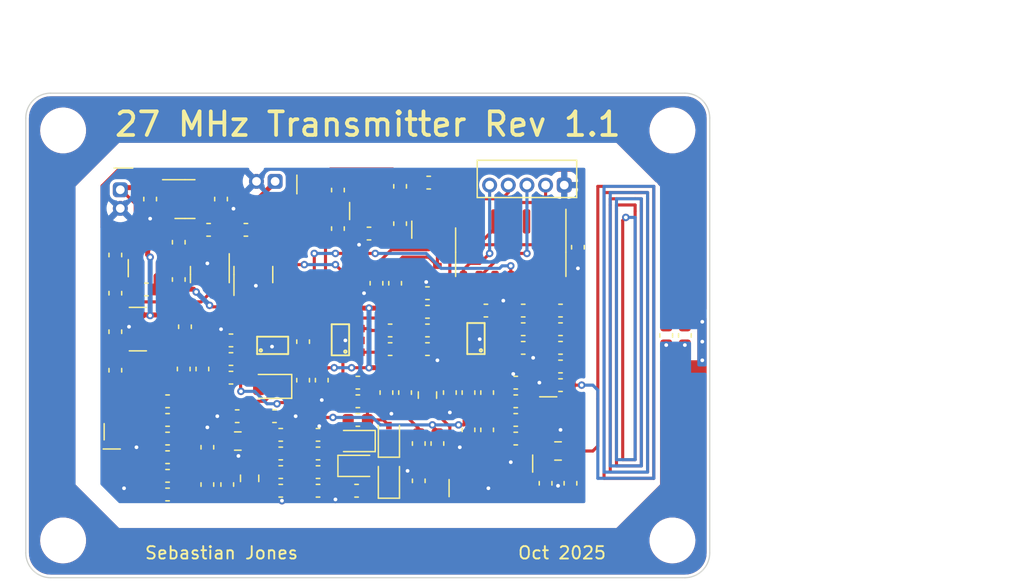
<source format=kicad_pcb>
(kicad_pcb (version 20211014) (generator pcbnew)
  (layers (0 "F.Cu" signal) (31 "B.Cu" signal) (34 "B.Paste" user) (35 "F.Paste" user) (36 "B.SilkS" user "B.Silkscreen") (37 "F.SilkS" user "F.Silkscreen") (38 "B.Mask" user) (39 "F.Mask" user) (44 "Edge.Cuts" user))
  (net 0 "")
  (net 1 "Net-(C6-Pad2)")
  (net 2 "Net-(R16-Pad2)")
  (net 3 "Net-(C45-Pad2)")
  (net 4 "/Micro/BATT_VSNS")
  (net 5 "Net-(C7-Pad1)")
  (net 6 "/Micro/PDSNS")
  (net 7 "Net-(C48-Pad2)")
  (net 8 "Net-(C9-Pad1)")
  (net 9 "Net-(C9-Pad2)")
  (net 10 "/Micro/EN_ANALOG_POW")
  (net 11 "Net-(Q5-Pad3)")
  (net 12 "Net-(C13-Pad1)")
  (net 13 "Net-(C13-Pad2)")
  (net 14 "Net-(C14-Pad1)")
  (net 15 "Net-(C15-Pad1)")
  (net 16 "Net-(C16-Pad1)")
  (net 17 "Net-(C23-Pad2)")
  (net 18 "Net-(C25-Pad2)")
  (net 19 "Net-(C28-Pad1)")
  (net 20 "Net-(D2-Pad1)")
  (net 21 "Net-(C19-Pad2)")
  (net 22 "Net-(C21-Pad2)")
  (net 23 "Net-(C23-Pad1)")
  (net 24 "Net-(D2-Pad2)")
  (net 25 "Net-(C24-Pad1)")
  (net 26 "Net-(C24-Pad2)")
  (net 27 "/Modulator/MOD_SIG")
  (net 28 "Net-(Q11-Pad1)")
  (net 29 "/Power_Amp/PA_OUT")
  (net 30 "Net-(Q2-Pad3)")
  (net 31 "Net-(Q11-Pad3)")
  (net 32 "Net-(C31-Pad2)")
  (net 33 "Net-(D5-Pad1)")
  (net 34 "/Modulator/BB_IN")
  (net 35 "VCC")
  (net 36 "/Oscillator/V_BIAS")
  (net 37 "Net-(C37-Pad1)")
  (net 38 "/Micro/VCC_MICRO")
  (net 39 "/Micro/SDA")
  (net 42 "Net-(R14-Pad2)")
  (net 43 "/Micro/RESET")
  (net 44 "/Micro/SCLK")
  (net 45 "/Micro/MOSI")
  (net 46 "/Micro/MISO")
  (net 47 "Net-(Q1-Pad2)")
  (net 48 "Net-(Q1-Pad3)")
  (net 49 "Net-(Q8-Pad1)")
  (net 50 "Net-(Q9-Pad1)")
  (net 51 "/Micro/D_OUT")
  (net 52 "Net-(R13-Pad2)")
  (net 53 "/Micro/V_BATT_P")
  (net 54 "/Micro/SCL")
  (net 56 "/Modulator/LO_IN")
  (net 57 "VEE")
  (net 58 "Net-(C6-Pad1)")
  (net 59 "Net-(C31-Pad1)")
  (net 60 "Net-(D1-Pad2)")
  (net 61 "/Antenna/ANT_NET")
  (footprint "Capacitor_SMD:C_0603_1608Metric" (layer "F.Cu") (at 223.5 51)
    (fp_text reference "R28" hide)
    (fp_text value "43R")
  )
  (footprint "Diode_SMD:D_SOD-323" (layer "F.Cu") (at 232.2 49.8 90)
    (fp_text reference "D2" hide)
    (fp_text value "BAP51")
  )
  (footprint "Diode_SMD:D_SOD-323" (layer "F.Cu") (at 229.6 52)
    (fp_text reference "D4" hide)
    (fp_text value "BAP51")
  )
  (footprint "Capacitor_SMD:C_0603_1608Metric" (layer "F.Cu") (at 242.4 46.8 180)
    (fp_text reference "R47" hide)
    (fp_text value "1k")
  )
  (footprint "Capacitor_SMD:C_0805_2012Metric" (layer "F.Cu") (at 221 53 -90)
    (fp_text reference "L2" hide)
    (fp_text value "470n")
  )
  (footprint "Package_TO_SOT_SMD:SOT-23" (layer "F.Cu") (at 213 44.3)
    (fp_text reference "Q3" hide)
    (fp_text value "MMBT3904")
  )
  (footprint "sebs_fp_2:JST-ZH-5" (layer "F.Cu") (at 243.3 29.4 180)
    (fp_text reference "J1" hide)
    (fp_text value "Programming_Header")
  )
  (footprint "Capacitor_SMD:C_0603_1608Metric" (layer "F.Cu") (at 226.8 45.1 -90)
    (fp_text reference "C29" hide)
    (fp_text value "100n")
  )
  (footprint "Capacitor_SMD:C_0603_1608Metric" (layer "F.Cu") (at 230.6 33.3 180)
    (fp_text reference "R40" hide)
    (fp_text value "100k")
  )
  (footprint "Capacitor_SMD:C_0603_1608Metric" (layer "F.Cu") (at 225.3 45.1 90)
    (fp_text reference "R13" hide)
    (fp_text value "10k")
  )
  (footprint "Capacitor_SMD:C_0603_1608Metric" (layer "F.Cu") (at 238.6 49.1 -90)
    (fp_text reference "C27" hide)
    (fp_text value "100n")
  )
  (footprint "Capacitor_SMD:C_0603_1608Metric" (layer "F.Cu") (at 212.7 37.8)
    (fp_text reference "R11" hide)
    (fp_text value "10k")
  )
  (footprint "Capacitor_SMD:C_0603_1608Metric" (layer "F.Cu") (at 214.4 46.8 180)
    (fp_text reference "C7" hide)
    (fp_text value "6.8p")
  )
  (footprint "Capacitor_SMD:C_0603_1608Metric" (layer "F.Cu") (at 232.7 37.3 90)
    (fp_text reference "R46" hide)
    (fp_text value "10k")
  )
  (footprint "Capacitor_SMD:C_0603_1608Metric" (layer "F.Cu") (at 235.3 38.1)
    (fp_text reference "R44" hide)
    (fp_text value "10k")
  )
  (footprint "Capacitor_SMD:C_0603_1608Metric" (layer "F.Cu") (at 233.1 29.5 -90)
    (fp_text reference "R39" hide)
    (fp_text value "1M")
  )
  (footprint "Capacitor_SMD:C_0603_1608Metric" (layer "F.Cu") (at 233.5 46.1 -90)
    (fp_text reference "R34" hide)
    (fp_text value "3k0")
  )
  (footprint "seb_fp:mcp6001" (layer "F.Cu") (at 222.8 42.3 180)
    (fp_text reference "U1" hide)
    (fp_text value "MCP6001U")
  )
  (footprint "Capacitor_SMD:C_0603_1608Metric" (layer "F.Cu") (at 242.4 48.3)
    (fp_text reference "R37" hide)
    (fp_text value "2k")
  )
  (footprint "Capacitor_SMD:C_0603_1608Metric" (layer "F.Cu") (at 240.1 46.1 -90)
    (fp_text reference "R49" hide)
    (fp_text value "2k2")
  )
  (footprint "Capacitor_SMD:C_0603_1608Metric" (layer "F.Cu") (at 226.5 49.5 180)
    (fp_text reference "R31" hide)
    (fp_text value "510R")
  )
  (footprint "Capacitor_SMD:C_0603_1608Metric" (layer "F.Cu") (at 223 48 180)
    (fp_text reference "C21" hide)
    (fp_text value "18p")
  )
  (footprint "Capacitor_SMD:C_0603_1608Metric" (layer "F.Cu") (at 232 46.1 90)
    (fp_text reference "C25" hide)
    (fp_text value "220p")
  )
  (footprint "Capacitor_SMD:C_0603_1608Metric" (layer "F.Cu") (at 243 39.5 180)
    (fp_text reference "C13" hide)
    (fp_text value "390p")
  )
  (footprint "Capacitor_SMD:C_0603_1608Metric" (layer "F.Cu") (at 229.7 46.8 180)
    (fp_text reference "R15" hide)
    (fp_text value "4k7")
  )
  (footprint "Capacitor_SMD:C_0603_1608Metric" (layer "F.Cu") (at 223.5 49.5 180)
    (fp_text reference "R26" hide)
    (fp_text value "510R")
  )
  (footprint "Package_TO_SOT_SMD:SOT-23-5" (layer "F.Cu") (at 215.8 30.525)
    (fp_text reference "U8" hide)
    (fp_text value "AP2127K-3.0")
  )
  (footprint "Capacitor_SMD:C_0603_1608Metric" (layer "F.Cu") (at 219.5 44.9 180)
    (fp_text reference "C36" hide)
    (fp_text value "100n")
  )
  (footprint "Capacitor_SMD:C_0603_1608Metric" (layer "F.Cu") (at 217.2 44.2 90)
    (fp_text reference "R8" hide)
    (fp_text value "2k2")
  )
  (footprint "Capacitor_SMD:C_0603_1608Metric" (layer "F.Cu") (at 223.5 52.5)
    (fp_text reference "R27" hide)
    (fp_text value "43R")
  )
  (footprint "Package_TO_SOT_SMD:SOT-23" (layer "F.Cu") (at 230.6 30.5 90)
    (fp_text reference "Q1" hide)
    (fp_text value "MMBT3904")
  )
  (footprint "Capacitor_SMD:C_0603_1608Metric" (layer "F.Cu") (at 231.2 37.3 -90)
    (fp_text reference "C1" hide)
    (fp_text value "10n")
  )
  (footprint "sebs_mounting:m3_hole_no_copper" (layer "F.Cu") (at 206 25)
    (fp_text reference "H2" hide)
    (fp_text value "MountingHole")
  )
  (footprint "Package_TO_SOT_SMD:SOT-23" (layer "F.Cu") (at 210.9 52.2)
    (fp_text reference "Q4" hide)
    (fp_text value "MMBT3904")
  )
  (footprint "Capacitor_SMD:C_0603_1608Metric" (layer "F.Cu") (at 240.1 49.1 -90)
    (fp_text reference "C32" hide)
    (fp_text value "100n")
  )
  (footprint "Capacitor_SMD:C_0603_1608Metric" (layer "F.Cu") (at 214.4 48.3 180)
    (fp_text reference "R9" hide)
    (fp_text value "510R")
  )
  (footprint "Capacitor_SMD:C_0603_1608Metric" (layer "F.Cu") (at 235.3 41.1 180)
    (fp_text reference "R20" hide)
    (fp_text value "20k")
  )
  (footprint "Capacitor_SMD:C_0603_1608Metric" (layer "F.Cu") (at 226.5 52.5)
    (fp_text reference "C23" hide)
    (fp_text value "470p")
  )
  (footprint "Capacitor_SMD:C_0603_1608Metric" (layer "F.Cu") (at 217.6 53.5 -90)
    (fp_text reference "C19" hide)
    (fp_text value "18p")
  )
  (footprint "Capacitor_SMD:C_0603_1608Metric" (layer "F.Cu") (at 210.2 38.1 90)
    (fp_text reference "R50" hide)
    (fp_text value "10k")
  )
  (footprint "seb_fp:mcp6001" (layer "F.Cu") (at 239.2 41.8 -90)
    (fp_text reference "U2" hide)
    (fp_text value "MCP6001U")
  )
  (footprint "Capacitor_SMD:C_0603_1608Metric" (layer "F.Cu") (at 226.5 51)
    (fp_text reference "C24" hide)
    (fp_text value "470p")
  )
  (footprint "Capacitor_SMD:C_0603_1608Metric" (layer "F.Cu") (at 229.7 48.3)
    (fp_text reference "R23" hide)
    (fp_text value "2k2")
  )
  (footprint "Package_TO_SOT_SMD:SOT-23" (layer "F.Cu") (at 221.3 36.6 90)
    (fp_text reference "Q5" hide)
    (fp_text value "2N7002")
  )
  (footprint "Capacitor_SMD:C_0603_1608Metric" (layer "F.Cu") (at 256 41.5 -90)
    (fp_text reference "C47" hide)
    (fp_text value "100p")
  )
  (footprint "Capacitor_SMD:C_0603_1608Metric" (layer "F.Cu") (at 242.4 49.8)
    (fp_text reference "C31" hide)
    (fp_text value "47p")
  )
  (footprint "Capacitor_SMD:C_0603_1608Metric" (layer "F.Cu") (at 214.4 51.3 180)
    (fp_text reference "R10" hide)
    (fp_text value "10k")
  )
  (footprint "Capacitor_SMD:C_0603_1608Metric" (layer "F.Cu") (at 243 42.5)
    (fp_text reference "C14" hide)
    (fp_text value "160p")
  )
  (footprint "seb_fp:JST-ZH-2" (layer "F.Cu") (at 210.6 30.525 -90)
    (fp_text reference "J2" hide)
    (fp_text value "Conn_01x02_Male")
  )
  (footprint "Package_TO_SOT_SMD:SOT-23" (layer "F.Cu") (at 246 48)
    (fp_text reference "Q9" hide)
    (fp_text value "MMBT3904")
  )
  (footprint "LED_SMD:LED_0805_2012Metric" (layer "F.Cu") (at 222.7 45.6 180)
    (fp_text reference "D1" hide)
    (fp_text value "D_Photo")
  )
  (footprint "Capacitor_SMD:C_0603_1608Metric" (layer "F.Cu") (at 234.6 50.2 -90)
    (fp_text reference "C28" hide)
    (fp_text value "470p")
  )
  (footprint "Capacitor_SMD:C_0603_1608Metric" (layer "F.Cu") (at 235.3 42.6)
    (fp_text reference "C15" hide)
    (fp_text value "160p")
  )
  (footprint "Capacitor_SMD:C_0603_1608Metric" (layer "F.Cu") (at 240 39.5)
    (fp_text reference "C2" hide)
    (fp_text value "100n")
  )
  (footprint "Capacitor_SMD:C_0603_1608Metric" (layer "F.Cu") (at 219.5 43.4)
    (fp_text reference "R2" hide)
    (fp_text value "1M")
  )
  (footprint "Capacitor_SMD:C_0603_1608Metric" (layer "F.Cu") (at 237.1 46.1 -90)
    (fp_text reference "C42" hide)
    (fp_text value "100n")
  )
  (footprint "Capacitor_SMD:C_0603_1608Metric" (layer "F.Cu") (at 228.1 32.9 -90)
    (fp_text reference "C37" hide)
    (fp_text value "100n")
  )
  (footprint "Capacitor_SMD:C_0603_1608Metric" (layer "F.Cu") (at 244.8 53.4 -90)
    (fp_text reference "C33" hide)
    (fp_text value "30p")
  )
  (footprint "Capacitor_SMD:C_0603_1608Metric" (layer "F.Cu") (at 214.4 54.3 180)
    (fp_text reference "C48" hide)
    (fp_text value "10n")
  )
  (footprint "Capacitor_SMD:C_0603_1608Metric" (layer "F.Cu") (at 254.5 41.5 -90)
    (fp_text reference "C46" hide)
    (fp_text value "18p")
  )
  (footprint "Capacitor_SMD:C_0603_1608Metric" (layer "F.Cu") (at 246 39.5)
    (fp_text reference "R16" hide)
    (fp_text value "2k")
  )
  (footprint "Capacitor_SMD:C_0603_1608Metric" (layer "F.Cu") (at 228.1 29.8 90)
    (fp_text reference "R1" hide)
    (fp_text value "1M")
  )
  (footprint "Capacitor_SMD:C_0603_1608Metric" (layer "F.Cu") (at 246.8 53.4 -90)
    (fp_text reference "C34" hide)
    (fp_text value "DNP")
  )
  (footprint "Package_TO_SOT_SMD:SOT-23" (layer "F.Cu") (at 242.2 52.8 -90)
    (fp_text reference "Q7" hide)
    (fp_text value "MMBT3904")
  )
  (footprint "Package_TO_SOT_SMD:SOT-23" (layer "F.Cu") (at 212.8 35.1 90)
    (fp_text reference "Q10" hide)
    (fp_text value "DMG2301L")
  )
  (footprint "Capacitor_SMD:C_0603_1608Metric" (layer "F.Cu") (at 214.4 49.8)
    (fp_text reference "C9" hide)
    (fp_text value "10n")
  )
  (footprint "Capacitor_SMD:C_0603_1608Metric" (layer "F.Cu") (at 246 42.5 180)
    (fp_text reference "R17" hide)
    (fp_text value "2k")
  )
  (footprint "Capacitor_SMD:C_0603_1608Metric" (layer "F.Cu") (at 215.3 37 90)
    (fp_text reference "R51" hide)
    (fp_text value "56R")
  )
  (footprint "Capacitor_SMD:C_0603_1608Metric" (layer "F.Cu") (at 215.7 44.2 90)
    (fp_text reference "C4" hide)
    (fp_text value "100n")
  )
  (footprint "seb_fp:JST-ZH-2" (layer "F.Cu") (at 222.3 29.1 180)
    (fp_text reference "J3" hide)
    (fp_text value "Conn_01x02_Male")
  )
  (footprint "Capacitor_SMD:C_0603_1608Metric" (layer "F.Cu") (at 215.8 40.8 -90)
    (fp_text reference "R5" hide)
    (fp_text value "220R")
  )
  (footprint "seb_fp:SHT40" (layer "F.Cu") (at 235.3 36.4 180)
    (fp_text reference "U7" hide)
    (fp_text value "SHT40")
  )
  (footprint "Capacitor_SMD:C_0603_1608Metric" (layer "F.Cu") (at 233.1 32.5 -90)
    (fp_text reference "R41" hide)
    (fp_text value "1M")
  )
  (footprint "Capacitor_SMD:C_0603_1608Metric" (layer "F.Cu") (at 235.4 29.2)
    (fp_text reference "R42" hide)
    (fp_text value "1M")
  )
  (footprint "Capacitor_SMD:C_0603_1608Metric" (layer "F.Cu") (at 218.7 30.525 -90)
    (fp_text reference "C44" hide)
    (fp_text value "1u")
  )
  (footprint "Capacitor_SMD:C_0603_1608Metric" (layer "F.Cu") (at 232.3 41.1 180)
    (fp_text reference "C16" hide)
    (fp_text value "390p")
  )
  (footprint "sebs_mounting:m3_hole_no_copper" (layer "F.Cu") (at 255 58)
    (fp_text reference "H4" hide)
    (fp_text value "MountingHole")
  )
  (footprint "Package_TO_SOT_SMD:SOT-23" (layer "F.Cu") (at 217.8 36.6 -90)
    (fp_text reference "Q11" hide)
    (fp_text value "MMBT3904")
  )
  (footprint "Capacitor_SMD:C_0603_1608Metric" (layer "F.Cu") (at 238.6 46.1 -90)
    (fp_text reference "C26" hide)
    (fp_text value "100n")
  )
  (footprint "Capacitor_SMD:C_0603_1608Metric" (layer "F.Cu") (at 214.4 52.8)
    (fp_text reference "R12" hide)
    (fp_text value "68R")
  )
  (footprint "Capacitor_SMD:C_0805_2012Metric" (layer "F.Cu") (at 220.05 50)
    (fp_text reference "L1" hide)
    (fp_text value "470n")
  )
  (footprint "Package_TO_SOT_SMD:SOT-23" (layer "F.Cu") (at 238.6 52.8 90)
    (fp_text reference "Q6" hide)
    (fp_text value "MMBT3904")
  )
  (footprint "Capacitor_SMD:C_0603_1608Metric" (layer "F.Cu") (at 243 41 180)
    (fp_text reference "R19" hide)
    (fp_text value "20k")
  )
  (footprint "Capacitor_SMD:C_0805_2012Metric" (layer "F.Cu") (at 235.3 46.3 90)
    (fp_text reference "L4" hide)
    (fp_text value "1u")
  )
  (footprint "Capacitor_SMD:C_0603_1608Metric" (layer "F.Cu") (at 217.7 33)
    (fp_text reference "R43" hide)
    (fp_text value "10k")
  )
  (footprint "Package_TO_SOT_SMD:SOT-23" (layer "F.Cu") (at 235.6 32 90)
    (fp_text reference "Q8" hide)
    (fp_text value "MMBT3904")
  )
  (footprint "Capacitor_SMD:C_0603_1608Metric" (layer "F.Cu") (at 232.3 42.6 180)
    (fp_text reference "R21" hide)
    (fp_text value "20k")
  )
  (footprint "Capacitor_SMD:C_0603_1608Metric" (layer "F.Cu") (at 246 45.5 180)
    (fp_text reference "C5" hide)
    (fp_text value "100n")
  )
  (footprint "Capacitor_SMD:C_0603_1608Metric" (layer "F.Cu") (at 242.4 45.3 180)
    (fp_text reference "R48" hide)
    (fp_text value "5k1")
  )
  (footprint "Capacitor_SMD:C_0603_1608Metric" (layer "F.Cu") (at 229.7 45.3)
    (fp_text reference "R24" hide)
    (fp_text value "300R")
  )
  (footprint "Capacitor_SMD:C_0603_1608Metric" (layer "F.Cu") (at 246 41 180)
    (fp_text reference "R18" hide)
    (fp_text value "20k")
  )
  (footprint "Capacitor_SMD:C_0603_1608Metric" (layer "F.Cu") (at 225.3 42 90)
    (fp_text reference "R14" hide)
    (fp_text value "51k")
  )
  (footprint "Package_TO_SOT_SMD:SOT-23" (layer "F.Cu") (at 213 40.8)
    (fp_text reference "Q2" hide)
    (fp_text value "MMBT3904")
  )
  (footprint "Package_SO:SOIC-14_3.9x8.7mm_P1.27mm" (layer "F.Cu") (at 242 34.8 -90)
    (fp_text reference "U6" hide)
    (fp_text value "ATtiny44-20SS")
  )
  (footprint "Capacitor_SMD:C_0603_1608Metric" (layer "F.Cu") (at 229.6 54 180)
    (fp_text reference "R33" hide)
    (fp_text value "2k2")
  )
  (footprint "Capacitor_SMD:C_0603_1608Metric" (layer "F.Cu") (at 210.2 41.2 90)
    (fp_text reference "R6" hide)
    (fp_text value "2k7")
  )
  (footprint "Capacitor_SMD:C_0603_1608Metric" (layer "F.Cu") (at 223.5 54 180)
    (fp_text reference "R25" hide)
    (fp_text value "510R")
  )
  (footprint "Capacitor_SMD:C_0603_1608Metric" (layer "F.Cu") (at 235.3 39.6)
    (fp_text reference "R4" hide)
    (fp_text value "1k")
  )
  (footprint "Capacitor_SMD:C_0603_1608Metric" (layer "F.Cu") (at 236.1 50.2 -90)
    (fp_text reference "R35" hide)
    (fp_text value "3k9")
  )
  (footprint "Capacitor_SMD:C_0603_1608Metric" (layer "F.Cu") (at 220 48)
    (fp_text reference "C22" hide)
    (fp_text value "56p")
  )
  (footprint "seb_fp:RH100" (layer "F.Cu") (at 211.1 48.2 90)
    (fp_text reference "Y1" hide)
    (fp_text value "Crystal_GND24")
  )
  (footprint "Capacitor_SMD:C_0805_2012Metric" (layer "F.Cu") (at 245.8 50.8)
    (fp_text reference "L5" hide)
    (fp_text value "820n")
  )
  (footprint "Capacitor_SMD:C_0603_1608Metric" (layer "F.Cu") (at 234.6 53.2 -90)
    (fp_text reference "R22" hide)
    (fp_text value "4k7")
  )
  (footprint "Capacitor_SMD:C_0603_1608Metric" (layer "F.Cu") (at 220.7 33)
    (fp_text reference "R3" hide)
    (fp_text value "15k")
  )
  (footprint "Diode_SMD:D_SOD-323" (layer "F.Cu") (at 232.2 53.1 90)
    (fp_text reference "D5" hide)
    (fp_text value "BAP51")
  )
  (footprint "Capacitor_SMD:C_0603_1608Metric" (layer "F.Cu") (at 247.4 34.4 -90)
    (fp_text reference "C38" hide)
    (fp_text value "100n")
  )
  (footprint "Capacitor_SMD:C_0603_1608Metric" (layer "F.Cu") (at 246 44)
    (fp_text reference "R54" hide)
    (fp_text value "2k")
  )
  (footprint "Capacitor_SMD:C_0603_1608Metric" (layer "F.Cu") (at 215.3 34 90)
    (fp_text reference "R7" hide)
    (fp_text value "10k")
  )
  (footprint "Capacitor_SMD:C_0603_1608Metric" (layer "F.Cu") (at 213 30.525 -90)
    (fp_text reference "C43" hide)
    (fp_text value "1u")
  )
  (footprint "sebs_mounting:m3_hole_no_copper" (layer "F.Cu") (at 255 25)
    (fp_text reference "H1" hide)
    (fp_text value "MountingHole")
  )
  (footprint "Capacitor_SMD:C_0603_1608Metric" (layer "F.Cu") (at 226.5 54 180)
    (fp_text reference "R30" hide)
    (fp_text value "510R")
  )
  (footprint "sebs_mounting:m3_hole_no_copper" (layer "F.Cu") (at 206 58)
    (fp_text reference "H3" hide)
    (fp_text value "MountingHole")
  )
  (footprint "seb_fp:mcp6001" (layer "F.Cu") (at 228.3 41.9 -90)
    (fp_text reference "U3" hide)
    (fp_text value "MCP6001U")
  )
  (footprint "Diode_SMD:D_SOD-323" (layer "F.Cu") (at 229.6 50 180)
    (fp_text reference "D3" hide)
    (fp_text value "BAP51")
  )
  (footprint "Capacitor_SMD:C_0603_1608Metric" (layer "F.Cu") (at 210.2 44.3 90)
    (fp_text reference "C6" hide)
    (fp_text value "DNP")
  )
  (footprint "Capacitor_SMD:C_0603_1608Metric" (layer "F.Cu") (at 219.5 41.9 180)
    (fp_text reference "C39" hide)
    (fp_text value "100n")
  )
  (footprint "Capacitor_SMD:C_0603_1608Metric" (layer "F.Cu") (at 219.2 53.5 90)
    (fp_text reference "C20" hide)
    (fp_text value "56p")
  )
  (footprint "Capacitor_SMD:C_0603_1608Metric" (layer "F.Cu") (at 217.6 50.5 -90)
    (fp_text reference "C11" hide)
    (fp_text value "100n")
  )
  (footprint "Capacitor_SMD:C_0603_1608Metric" (layer "F.Cu") (at 210.2 35.025 -90)
    (fp_text reference "C45" hide)
    (fp_text value "10n")
  )
  (gr_line (start 256 61) (end 205 61) (layer "Edge.Cuts") (width 0.1))
  (gr_line (start 203 59) (end 203 24) (layer "Edge.Cuts") (width 0.1))
  (gr_arc (start 256 22) (mid 257.414214 22.585786) (end 258 24) (layer "Edge.Cuts") (width 0.1))
  (gr_line (start 258 24) (end 258 59) (layer "Edge.Cuts") (width 0.1))
  (gr_line (start 205 22) (end 256 22) (layer "Edge.Cuts") (width 0.1))
  (gr_arc (start 205 61) (mid 203.585786 60.414214) (end 203 59) (layer "Edge.Cuts") (width 0.1))
  (gr_arc (start 203 24) (mid 203.585786 22.585786) (end 205 22) (layer "Edge.Cuts") (width 0.1))
  (gr_arc (start 258 59) (mid 257.414214 60.414214) (end 256 61) (layer "Edge.Cuts") (width 0.1))
  (gr_text "Oct 2025" (at 242.5 59) (layer "F.SilkS") (effects (font (size 1 1)) (justify left)))
  (gr_text "27 MHz Transmitter Rev 1.1" (at 230.5 24.5) (layer "F.SilkS") (effects (font (size 1.9 1.9) (thickness 0.3))))
  (gr_text "Sebastian Jones" (at 212.5 59) (layer "F.SilkS") (effects (font (size 1 1)) (justify left)))
  (segment (start 210.3 49.3) (end 209.5 49.3) (width 0.25) (layer "F.Cu") (net 1))
  (segment (start 209.3 43.8) (end 209.575 43.525) (width 0.25) (layer "F.Cu") (net 1))
  (segment (start 210.2 43.525) (end 210.2 41.575) (width 0.25) (layer "F.Cu") (net 1))
  (segment (start 209.3 49.1) (end 209.3 43.8) (width 0.25) (layer "F.Cu") (net 1))
  (segment (start 209.575 43.525) (end 210.2 43.525) (width 0.25) (layer "F.Cu") (net 1))
  (segment (start 209.5 49.3) (end 209.3 49.1) (width 0.25) (layer "F.Cu") (net 1))
  (segment (start 210.375 41.75) (end 210.2 41.575) (width 0.25) (layer "F.Cu") (net 1))
  (segment (start 211.9625 41.75) (end 210.375 41.75) (width 0.25) (layer "F.Cu") (net 1))
  (segment (start 246.775 44) (end 246.775 42.5) (width 0.25) (layer "F.Cu") (net 2))
  (segment (start 246.775 42.5) (end 246.775 41) (width 0.25) (layer "F.Cu") (net 2))
  (segment (start 246.775 41) (end 246.775 39.5) (width 0.25) (layer "F.Cu") (net 2))
  (segment (start 211.5125 35.8) (end 211.85 36.1375) (width 0.4) (layer "F.Cu") (net 3))
  (segment (start 210.2 35.8) (end 211.5125 35.8) (width 0.4) (layer "F.Cu") (net 3))
  (segment (start 210.2 37.325) (end 210.2 35.8) (width 0.4) (layer "F.Cu") (net 3))
  (segment (start 238.3 34.1) (end 239.46 32.94) (width 0.25) (layer "F.Cu") (net 4))
  (segment (start 239.46 32.94) (end 239.46 32.325) (width 0.25) (layer "F.Cu") (net 4))
  (segment (start 231.2 36.525) (end 228.625 36.525) (width 0.25) (layer "F.Cu") (net 4))
  (segment (start 231.2 36.525) (end 231.2 35.8) (width 0.25) (layer "F.Cu") (net 4))
  (segment (start 228.625 36.525) (end 227.9 35.8) (width 0.25) (layer "F.Cu") (net 4))
  (segment (start 231.2 35.8) (end 232.4 34.6) (width 0.25) (layer "F.Cu") (net 4))
  (segment (start 222.7 35) (end 223.5 35.8) (width 0.25) (layer "F.Cu") (net 4))
  (segment (start 220.825 32.1) (end 222.2 32.1) (width 0.25) (layer "F.Cu") (net 4))
  (segment (start 219.925 33) (end 220.825 32.1) (width 0.25) (layer "F.Cu") (net 4))
  (segment (start 235.9 34.1) (end 238.3 34.1) (width 0.25) (layer "F.Cu") (net 4))
  (segment (start 222.7 32.6) (end 222.7 35) (width 0.25) (layer "F.Cu") (net 4))
  (segment (start 222.2 32.1) (end 222.7 32.6) (width 0.25) (layer "F.Cu") (net 4))
  (segment (start 218.475 33) (end 219.925 33) (width 0.25) (layer "F.Cu") (net 4))
  (segment (start 233.5 34.6) (end 235.4 34.6) (width 0.25) (layer "F.Cu") (net 4))
  (segment (start 232.4 34.6) (end 233.6 34.6) (width 0.25) (layer "F.Cu") (net 4))
  (segment (start 235.4 34.6) (end 235.9 34.1) (width 0.25) (layer "F.Cu") (net 4))
  (segment (start 223.5 35.8) (end 225.4 35.8) (width 0.25) (layer "F.Cu") (net 4))
  (via (at 227.9 35.8) (size 0.6) (drill 0.3) (layers "F.Cu" "B.Cu") (net 4))
  (via (at 225.4 35.8) (size 0.6) (drill 0.3) (layers "F.Cu" "B.Cu") (net 4))
  (segment (start 227.9 35.8) (end 225.4 35.8) (width 0.25) (layer "B.Cu") (net 4))
  (segment (start 215.175 46.8) (end 215.4 46.8) (width 0.25) (layer "F.Cu") (net 5))
  (segment (start 217.2 45) (end 217.2 44.975) (width 0.25) (layer "F.Cu") (net 5))
  (segment (start 213.95 45.25) (end 211.9625 45.25) (width 0.25) (layer "F.Cu") (net 5))
  (segment (start 215.175 48.3) (end 215.175 46.8) (width 0.25) (layer "F.Cu") (net 5))
  (segment (start 215.175 46.8) (end 215.175 46.475) (width 0.25) (layer "F.Cu") (net 5))
  (segment (start 215.4 46.8) (end 217.2 45) (width 0.25) (layer "F.Cu") (net 5))
  (segment (start 215.175 46.475) (end 213.95 45.25) (width 0.25) (layer "F.Cu") (net 5))
  (segment (start 239.225 39.5) (end 239.225 39.475) (width 0.25) (layer "F.Cu") (net 6))
  (segment (start 240.73 37.97) (end 240.73 37.275) (width 0.25) (layer "F.Cu") (net 6))
  (segment (start 239.225 39.5) (end 236.175 39.5) (width 0.25) (layer "F.Cu") (net 6))
  (segment (start 239.225 39.475) (end 240.73 37.97) (width 0.25) (layer "F.Cu") (net 6))
  (segment (start 236.175 39.5) (end 236.075 39.6) (width 0.25) (layer "F.Cu") (net 6))
  (segment (start 212.8 52.8) (end 213.625 52.8) (width 0.25) (layer "F.Cu") (net 7))
  (segment (start 211.9375 52.2) (end 212.2 52.2) (width 0.25) (layer "F.Cu") (net 7))
  (segment (start 213.625 54.3) (end 213.625 52.8) (width 0.25) (layer "F.Cu") (net 7))
  (segment (start 212.2 52.2) (end 212.8 52.8) (width 0.25) (layer "F.Cu") (net 7))
  (segment (start 213.575 51.25) (end 213.625 51.3) (width 0.25) (layer "F.Cu") (net 8))
  (segment (start 209.8625 51.25) (end 213.575 51.25) (width 0.25) (layer "F.Cu") (net 8))
  (segment (start 213.625 51.3) (end 213.625 49.8) (width 0.25) (layer "F.Cu") (net 8))
  (segment (start 215.175 49.8) (end 215.175 49.675) (width 0.25) (layer "F.Cu") (net 9))
  (segment (start 215.175 49.675) (end 213.8 48.3) (width 0.25) (layer "F.Cu") (net 9))
  (segment (start 213.8 48.3) (end 213.625 48.3) (width 0.25) (layer "F.Cu") (net 9))
  (segment (start 226.196447 36.696447) (end 226.2 36.692894) (width 0.25) (layer "F.Cu") (net 10))
  (segment (start 231.1 34.9) (end 229.1 34.9) (width 0.25) (layer "F.Cu") (net 10))
  (segment (start 219.5 33.9) (end 220.35 34.75) (width 0.25) (layer "F.Cu") (net 10))
  (segment (start 226.2 36.692894) (end 226.2 34.9) (width 0.25) (layer "F.Cu") (net 10))
  (segment (start 214.6625 32.5875) (end 215.3 33.225) (width 0.25) (layer "F.Cu") (net 10))
  (segment (start 220.35 34.75) (end 220.35 37.5375) (width 0.25) (layer "F.Cu") (net 10))
  (segment (start 214.6625 31.475) (end 214.6625 32.5875) (width 0.25) (layer "F.Cu") (net 10))
  (segment (start 220.35 38.25) (end 220.8 38.7) (width 0.25) (layer "F.Cu") (net 10))
  (segment (start 220.35 37.5375) (end 220.35 38.25) (width 0.25) (layer "F.Cu") (net 10))
  (segment (start 220.8 38.7) (end 223.1 38.7) (width 0.25) (layer "F.Cu") (net 10))
  (segment (start 223.1 38.7) (end 224.192894 38.7) (width 0.25) (layer "F.Cu") (net 10))
  (segment (start 224.192894 38.7) (end 226.196447 36.696447) (width 0.25) (layer "F.Cu") (net 10))
  (segment (start 215.3 33.225) (end 215.975 33.9) (width 0.25) (layer "F.Cu") (net 10))
  (segment (start 242 37.275) (end 242 35.9) (width 0.25) (layer "F.Cu") (net 10))
  (segment (start 215.975 33.9) (end 219.5 33.9) (width 0.25) (layer "F.Cu") (net 10))
  (segment (start 227.9 34.9) (end 229.1 34.9) (width 0.25) (layer "F.Cu") (net 10))
  (via (at 242 35.9) (size 0.6) (drill 0.3) (layers "F.Cu" "B.Cu") (net 10))
  (via (at 226.2 34.9) (size 0.6) (drill 0.3) (layers "F.Cu" "B.Cu") (net 10))
  (via (at 227.9 34.9) (size 0.6) (drill 0.3) (layers "F.Cu" "B.Cu") (net 10))
  (via (at 231.1 34.9) (size 0.6) (drill 0.3) (layers "F.Cu" "B.Cu") (net 10))
  (segment (start 241.3 35.9) (end 241.1 36.1) (width 0.25) (layer "B.Cu") (net 10))
  (segment (start 231.2 34.9) (end 231.1 35) (width 0.25) (layer "B.Cu") (net 10))
  (segment (start 242 35.9) (end 241.3 35.9) (width 0.25) (layer "B.Cu") (net 10))
  (segment (start 236.4 36.1) (end 235.2 34.9) (width 0.25) (layer "B.Cu") (net 10))
  (segment (start 226.2 34.9) (end 227.9 34.9) (width 0.25) (layer "B.Cu") (net 10))
  (segment (start 241.1 36.1) (end 236.4 36.1) (width 0.25) (layer "B.Cu") (net 10))
  (segment (start 235.2 34.9) (end 231.2 34.9) (width 0.25) (layer "B.Cu") (net 10))
  (segment (start 221.3 35.6625) (end 221.3 33.55) (width 0.25) (layer "F.Cu") (net 11))
  (segment (start 221.3 33.55) (end 221.55 33.3) (width 0.25) (layer "F.Cu") (net 11))
  (segment (start 243.775 39.5) (end 243.775 41) (width 0.25) (layer "F.Cu") (net 12))
  (segment (start 245.225 41) (end 243.775 41) (width 0.25) (layer "F.Cu") (net 12))
  (segment (start 240.95 40.75) (end 242.2 39.5) (width 0.25) (layer "F.Cu") (net 13))
  (segment (start 242.2 39.5) (end 242.225 39.5) (width 0.25) (layer "F.Cu") (net 13))
  (segment (start 237.8 40.85) (end 236.325 40.85) (width 0.25) (layer "F.Cu") (net 13))
  (segment (start 236.325 40.85) (end 236.075 41.1) (width 0.25) (layer "F.Cu") (net 13))
  (segment (start 240.6 40.75) (end 237.8 40.75) (width 0.25) (layer "F.Cu") (net 13))
  (segment (start 240.6 40.75) (end 240.95 40.75) (width 0.25) (layer "F.Cu") (net 13))
  (segment (start 242.225 41) (end 242.225 42.5) (width 0.25) (layer "F.Cu") (net 14))
  (segment (start 242.075 42.65) (end 242.225 42.5) (width 0.25) (layer "F.Cu") (net 14))
  (segment (start 240.6 42.65) (end 242.075 42.65) (width 0.25) (layer "F.Cu") (net 14))
  (segment (start 229.7 42.85) (end 231.275 42.85) (width 0.25) (layer "F.Cu") (net 15))
  (segment (start 231.275 42.85) (end 231.525 42.6) (width 0.25) (layer "F.Cu") (net 15))
  (segment (start 234.525 42.775) (end 233.8 43.5) (width 0.25) (layer "F.Cu") (net 15))
  (segment (start 232.3 43.5) (end 231.525 42.725) (width 0.25) (layer "F.Cu") (net 15))
  (segment (start 233.8 43.5) (end 232.3 43.5) (width 0.25) (layer "F.Cu") (net 15))
  (segment (start 234.525 42.6) (end 234.525 42.775) (width 0.25) (layer "F.Cu") (net 15))
  (segment (start 231.525 42.725) (end 231.525 42.6) (width 0.25) (layer "F.Cu") (net 15))
  (segment (start 233.075 42.6) (end 233.075 41.1) (width 0.25) (layer "F.Cu") (net 16))
  (segment (start 234.525 41.1) (end 233.075 41.1) (width 0.25) (layer "F.Cu") (net 16))
  (segment (start 227.775 52) (end 227.275 52.5) (width 0.25) (layer "F.Cu") (net 17))
  (segment (start 228.55 52) (end 228.55 53.725) (width 0.25) (layer "F.Cu") (net 17))
  (segment (start 228.55 52) (end 227.775 52) (width 0.25) (layer "F.Cu") (net 17))
  (segment (start 228.55 53.725) (end 228.825 54) (width 0.25) (layer "F.Cu") (net 17))
  (segment (start 230.475 45.3) (end 233.575 45.3) (width 0.25) (layer "F.Cu") (net 18))
  (segment (start 233.6 48) (end 234.6 49) (width 0.25) (layer "F.Cu") (net 19))
  (segment (start 231.7 49.7) (end 234.325 49.7) (width 0.25) (layer "F.Cu") (net 19))
  (segment (start 231.7 49.7) (end 231.4 50) (width 0.25) (layer "F.Cu") (net 19))
  (segment (start 234.6 49) (end 234.6 49.425) (width 0.25) (layer "F.Cu") (net 19))
  (segment (start 234.325 49.7) (end 234.6 49.425) (width 0.25) (layer "F.Cu") (net 19))
  (segment (start 233.6 46.875) (end 233.6 48) (width 0.25) (layer "F.Cu") (net 19))
  (segment (start 230.65 52) (end 230.65 50) (width 0.25) (layer "F.Cu") (net 19))
  (segment (start 231.4 50) (end 230.65 50) (width 0.25) (layer "F.Cu") (net 19))
  (segment (start 232.2 52.05) (end 232.2 50.85) (width 0.25) (layer "F.Cu") (net 20))
  (segment (start 222.725 52.5) (end 222.725 54) (width 0.25) (layer "F.Cu") (net 21))
  (segment (start 219.525 53.95) (end 219.2 54.275) (width 0.25) (layer "F.Cu") (net 21))
  (segment (start 217.6 54.275) (end 219.2 54.275) (width 0.25) (layer "F.Cu") (net 21))
  (segment (start 221 53.95) (end 219.525 53.95) (width 0.25) (layer "F.Cu") (net 21))
  (segment (start 222.725 54) (end 221.05 54) (width 0.25) (layer "F.Cu") (net 21))
  (segment (start 221 50) (end 222.225 50) (width 0.25) (layer "F.Cu") (net 22))
  (segment (start 222.225 48) (end 220.775 48) (width 0.25) (layer "F.Cu") (net 22))
  (segment (start 222.725 51) (end 222.725 49.5) (width 0.25) (layer "F.Cu") (net 22))
  (segment (start 221 50) (end 221 48.225) (width 0.25) (layer "F.Cu") (net 22))
  (segment (start 221 48.225) (end 220.775 48) (width 0.25) (layer "F.Cu") (net 22))
  (segment (start 222.225 50) (end 222.725 49.5) (width 0.25) (layer "F.Cu") (net 22))
  (segment (start 224.275 52.5) (end 225.725 52.5) (width 0.25) (layer "F.Cu") (net 23))
  (segment (start 225.725 54) (end 225.725 52.5) (width 0.25) (layer "F.Cu") (net 23))
  (segment (start 231.75 48.3) (end 232.2 48.75) (width 0.25) (layer "F.Cu") (net 24))
  (segment (start 230.475 48.3) (end 230.475 46.8) (width 0.25) (layer "F.Cu") (net 24))
  (segment (start 230.475 48.3) (end 231.75 48.3) (width 0.25) (layer "F.Cu") (net 24))
  (segment (start 225.725 49.5) (end 225.725 51) (width 0.25) (layer "F.Cu") (net 25))
  (segment (start 224.275 51) (end 225.725 51) (width 0.25) (layer "F.Cu") (net 25))
  (segment (start 228.55 48.675) (end 228.925 48.3) (width 0.25) (layer "F.Cu") (net 26))
  (segment (start 227.55 51) (end 228.55 50) (width 0.25) (layer "F.Cu") (net 26))
  (segment (start 227.275 51) (end 227.55 51) (width 0.25) (layer "F.Cu") (net 26))
  (segment (start 228.55 50) (end 228.55 48.675) (width 0.25) (layer "F.Cu") (net 26))
  (segment (start 237.65 53.503834) (end 236.2 52.053834) (width 0.25) (layer "F.Cu") (net 27))
  (segment (start 236.2 52.053834) (end 236.2 50.975) (width 0.25) (layer "F.Cu") (net 27))
  (segment (start 234.6 50.975) (end 236.2 50.975) (width 0.25) (layer "F.Cu") (net 27))
  (segment (start 218.4 34.4) (end 218.75 34.75) (width 0.25) (layer "F.Cu") (net 28))
  (segment (start 215.325 34.775) (end 215.7 34.4) (width 0.25) (layer "F.Cu") (net 28))
  (segment (start 215.3 34.775) (end 215.325 34.775) (width 0.25) (layer "F.Cu") (net 28))
  (segment (start 215.7 34.4) (end 218.4 34.4) (width 0.25) (layer "F.Cu") (net 28))
  (segment (start 218.75 34.75) (end 218.75 35.6625) (width 0.25) (layer "F.Cu") (net 28))
  (segment (start 243.0625 53.8375) (end 242.2 53.8375) (width 0.4) (layer "F.Cu") (net 29))
  (segment (start 244.8 50.85) (end 244.85 50.8) (width 0.4) (layer "F.Cu") (net 29))
  (segment (start 244.275 52.625) (end 243.0625 53.8375) (width 0.4) (layer "F.Cu") (net 29))
  (segment (start 244.8 52.625) (end 244.275 52.625) (width 0.4) (layer "F.Cu") (net 29))
  (segment (start 244.8 52.625) (end 244.8 50.85) (width 0.4) (layer "F.Cu") (net 29))
  (segment (start 215.175 41.575) (end 214.4 40.8) (width 0.25) (layer "F.Cu") (net 30))
  (segment (start 212.95 43.35) (end 213.4 42.9) (width 0.25) (layer "F.Cu") (net 30))
  (segment (start 213.4 41.4375) (end 214.0375 40.8) (width 0.25) (layer "F.Cu") (net 30))
  (segment (start 214.4 40.8) (end 214.0375 40.8) (width 0.25) (layer "F.Cu") (net 30))
  (segment (start 211.9625 43.35) (end 212.95 43.35) (width 0.25) (layer "F.Cu") (net 30))
  (segment (start 213.4 42.9) (end 213.4 41.4375) (width 0.25) (layer "F.Cu") (net 30))
  (segment (start 215.8 41.575) (end 215.175 41.575) (width 0.25) (layer "F.Cu") (net 30))
  (segment (start 212.4 38.8) (end 217.1 38.8) (width 0.25) (layer "F.Cu") (net 31))
  (segment (start 217.8 38.1) (end 217.8 37.5375) (width 0.25) (layer "F.Cu") (net 31))
  (segment (start 210.625 38.875) (end 211.7 37.8) (width 0.25) (layer "F.Cu") (net 31))
  (segment (start 211.7 37.8) (end 211.925 37.8) (width 0.25) (layer "F.Cu") (net 31))
  (segment (start 211.925 37.8) (end 211.925 38.325) (width 0.25) (layer "F.Cu") (net 31))
  (segment (start 211.925 38.325) (end 212.4 38.8) (width 0.25) (layer "F.Cu") (net 31))
  (segment (start 210.2 38.875) (end 210.625 38.875) (width 0.25) (layer "F.Cu") (net 31))
  (segment (start 217.1 38.8) (end 217.8 38.1) (width 0.25) (layer "F.Cu") (net 31))
  (segment (start 243.35 51.5625) (end 243.35 48.475) (width 0.25) (layer "F.Cu") (net 32))
  (segment (start 243.35 48.475) (end 243.175 48.3) (width 0.25) (layer "F.Cu") (net 32))
  (segment (start 234.425 54.15) (end 234.6 53.975) (width 0.25) (layer "F.Cu") (net 33))
  (segment (start 230.525 54.15) (end 230.375 54) (width 0.25) (layer "F.Cu") (net 33))
  (segment (start 232.2 54.15) (end 234.425 54.15) (width 0.25) (layer "F.Cu") (net 33))
  (segment (start 232.2 54.15) (end 230.525 54.15) (width 0.25) (layer "F.Cu") (net 33))
  (segment (start 230.65 40.95) (end 230.8 41.1) (width 0.25) (layer "F.Cu") (net 34))
  (segment (start 227.7 42) (end 228.5 42.8) (width 0.25) (layer "F.Cu") (net 34))
  (segment (start 226.9 40.95) (end 229.7 40.95) (width 0.25) (layer "F.Cu") (net 34))
  (segment (start 230.8 41.1) (end 231.525 41.1) (width 0.25) (layer "F.Cu") (net 34))
  (segment (start 228.5 42.8) (end 228.5 44.875) (width 0.25) (layer "F.Cu") (net 34))
  (segment (start 230.65 40.95) (end 229.7 40.95) (width 0.25) (layer "F.Cu") (net 34))
  (segment (start 226.9 40.95) (end 226.9 41.5) (width 0.25) (layer "F.Cu") (net 34))
  (segment (start 226.9 41.5) (end 227.4 42) (width 0.25) (layer "F.Cu") (net 34))
  (segment (start 227.4 42) (end 227.7 42) (width 0.25) (layer "F.Cu") (net 34))
  (segment (start 228.5 44.875) (end 228.925 45.3) (width 0.25) (layer "F.Cu") (net 34))
  (segment (start 227.8 45.675) (end 227.8 45.3) (width 0.25) (layer "F.Cu") (net 35))
  (segment (start 221 41.9) (end 220.275 41.9) (width 0.4) (layer "F.Cu") (net 35))
  (segment (start 248.6 50.8) (end 246.75 50.8) (width 0.25) (layer "F.Cu") (net 35))
  (segment (start 210.2 34.25) (end 212.6125 34.25) (width 0.4) (layer "F.Cu") (net 35))
  (segment (start 252 31) (end 252 31.5) (width 0.25) (layer "F.Cu") (net 35))
  (segment (start 240.1 44.6) (end 240.1 45.325) (width 0.4) (layer "F.Cu") (net 35))
  (segment (start 222.8 39.8) (end 221.85 40.75) (width 0.4) (layer "F.Cu") (net 35))
  (segment (start 250 30.5) (end 252 30.5) (width 0.25) (layer "F.Cu") (net 35))
  (segment (start 217.475 51.275) (end 217.6 51.275) (width 0.25) (layer "F.Cu") (net 35))
  (segment (start 218.525 29.575) (end 218.7 29.75) (width 0.4) (layer "F.Cu") (net 35))
  (segment (start 212.8 34.0625) (end 212.8 35) (width 0.4) (layer "F.Cu") (net 35))
  (segment (start 242.75 43.85) (end 240.85 43.85) (width 0.4) (layer "F.Cu") (net 35))
  (segment (start 216.125 39.7) (end 215.8 40.025) (width 0.4) (layer "F.Cu") (net 35))
  (segment (start 220.2 30.5) (end 221.7 30.5) (width 0.4) (layer "F.Cu") (net 35))
  (segment (start 215.925 40.025) (end 215.8 40.025) (width 0.25) (layer "F.Cu") (net 35))
  (segment (start 217 39.7) (end 216.125 39.7) (width 0.4) (layer "F.Cu") (net 35))
  (segment (start 250.5 31.5) (end 250.5 31) (width 0.25) (layer "F.Cu") (net 35))
  (segment (start 215.175 52.8) (end 216 52.8) (width 0.25) (layer "F.Cu") (net 35))
  (segment (start 252.5 30) (end 249.5 30) (width 0.25) (layer "F.Cu") (net 35))
  (segment (start 250.5 31) (end 252 31) (width 0.25) (layer "F.Cu") (net 35))
  (segment (start 220.275 40.875) (end 219.5 40.1) (width 0.4) (layer "F.Cu") (net 35))
  (segment (start 240.85 43.85) (end 240.1 44.6) (width 0.4) (layer "F.Cu") (net 35))
  (segment (start 223.6375 45.6) (end 224.8375 46.8) (width 0.25) (layer "F.Cu") (net 35))
  (segment (start 209.2 29.5) (end 210.4 28.3) (width 0.4) (layer "F.Cu") (net 35))
  (segment (start 219.5 40.1) (end 217.4 40.1) (width 0.4) (layer "F.Cu") (net 35))
  (segment (start 216 52.8) (end 217.525 51.275) (width 0.25) (layer "F.Cu") (net 35))
  (segment (start 214.0375 44.3) (end 214.0375 43.6625) (width 0.25) (layer "F.Cu") (net 35))
  (segment (start 249.5 53) (end 253.5 53) (width 0.25) (layer "F.Cu") (net 35))
  (segment (start 233.9 35.9) (end 234.5 35.9) (width 0.25) (layer "F.Cu") (net 35))
  (segment (start 217.4 40.1) (end 217 39.7) (width 0.4) (layer "F.Cu") (net 35))
  (segment (start 249 29.5) (end 249 50.4) (width 0.25) (layer "F.Cu") (net 35))
  (segment (start 217.525 51.275) (end 217.6 51.275) (width 0.25) (layer "F.Cu") (net 35))
  (segment (start 234.5 38.075) (end 234.525 38.1) (width 0.4) (layer "F.Cu") (net 35))
  (segment (start 253 30) (end 252 30) (width 0.25) (layer "F.Cu") (net 35))
  (segment (start 221.7 30.5) (end 223.05 29.15) (width 0.4) (layer "F.Cu") (net 35))
  (segment (start 246.8 52.625) (end 246.8 50.85) (width 0.4) (layer "F.Cu") (net 35))
  (segment (start 228.35 47.375) (end 228.925 46.8) (width 0.25) (layer "F.Cu") (net 35))
  (segment (start 222.2 46.8) (end 217.4 46.8) (width 0.25) (layer "F.Cu") (net 35))
  (segment (start 242.95 44.05) (end 242.75 43.85) (width 0.4) (layer "F.Cu") (net 35))
  (segment (start 226.375 47.375) (end 228.35 47.375) (width 0.25) (layer "F.Cu") (net 35))
  (segment (start 253 52.5) (end 253 30.5) (width 0.25) (layer "F.Cu") (net 35))
  (segment (start 252 51.5) (end 252 31.5) (width 0.25) (layer "F.Cu") (net 35))
  (segment (start 215.7 43.2) (end 216.7 42.2) (width 0.25) (layer "F.Cu") (net 35))
  (segment (start 245.275 44) (end 246.775 45.5) (width 0.4) (layer "F.Cu") (net 35))
  (segment (start 216.7 40.8) (end 215.925 40.025) (width 0.25) (layer "F.Cu") (net 35))
  (segment (start 215.625 39.85) (end 215.8 40.025) (width 0.25) (layer "F.Cu") (net 35))
  (segment (start 212.6125 34.25) (end 212.8 34.0625) (width 0.4) (layer "F.Cu") (net 35))
  (segment (start 225.4 39.3) (end 230.6 39.3) (width 0.4) (layer "F.Cu") (net 35))
  (segment (start 253.5 53) (end 253.5 29.5) (width 0.25) (layer "F.Cu") (net 35))
  (segment (start 216.7 47.5) (end 216.7 50.5) (width 0.25) (layer "F.Cu") (net 35))
  (segment (start 251.25 32) (end 251 32.25) (width 0.25) (layer "F.Cu") (net 35))
  (segment (start 230.6 39.3) (end 231.7 39.3) (width 0.4) (layer "F.Cu") (net 35))
  (segment (start 211.9625 39.85) (end 212.95 39.85) (width 0.25) (layer "F.Cu") (net 35))
  (segment (start 253 30.5) (end 253 30) (width 0.25) (layer "F.Cu") (net 35))
  (segment (start 227.8 45.3) (end 226.825 44.325) (width 0.25) (layer "F.Cu") (net 35))
  (segment (start 246.8 50.85) (end 246.75 50.8) (width 0.4) (layer "F.Cu") (net 35))
  (segment (start 223.4 45.6) (end 222.2 46.8) (width 0.25) (layer "F.Cu") (net 35))
  (segment (start 224.9 39.8) (end 225.4 39.3) (width 0.4) (layer "F.Cu") (net 35))
  (segment (start 251 51.5) (end 252 51.5) (width 0.25) (layer "F.Cu") (net 35))
  (segment (start 216.025 39.8) (end 215.8 40.025) (width 0.25) (layer "F.Cu") (net 35))
  (segment (start 210.4 28.3) (end 218.3 28.3) (width 0.4) (layer "F.Cu") (net 35))
  (segment (start 225.8 46.8) (end 226.375 47.375) (width 0.25) (layer "F.Cu") (net 35))
  (segment (start 222.8 39.8) (end 224.9 39.8) (width 0.4) (layer "F.Cu") (net 35))
  (segment (start 250 31) (end 250 52.5) (width 0.25) (layer "F.Cu") (net 35))
  (segment (start 214.275 43.425) (end 215.7 43.425) (width 0.25) (layer "F.Cu") (net 35))
  (segment (start 251 32.25) (end 251 51.5) (width 0.25) (layer "F.Cu") (net 35))
  (segment (start 250.5 52) (end 252.5 52) (width 0.25) (layer "F.Cu") (net 35))
  (segment (start 228.925 46.8) (end 227.8 45.675) (width 0.25) (layer "F.Cu") (net 35))
  (segment (start 245.225 44) (end 245.275 44) (width 0.4) (layer "F.Cu") (net 35))
  (segment (start 252 30.5) (end 252.5 30.5) (width 0.25) (layer "F.Cu") (net 35))
  (segment (start 234.525 38.1) (end 233.7 37.275) (width 0.25) (layer "F.Cu") (net 35))
  (segment (start 235.3 44.7) (end 235.3 45.35) (width 0.4) (layer "F.Cu") (net 35))
  (segment (start 232.7 38.075) (end 234.5 38.075) (width 0.4) (layer "F.Cu") (net 35))
  (segment (start 252.5 30.5) (end 252.5 31.5) (width 0.25) (layer "F.Cu") (net 35))
  (segment (start 250 52.5) (end 253 52.5) (width 0.25) (layer "F.Cu") (net 35))
  (segment (start 219.45 29.75) (end 220.2 30.5) (width 0.4) (layer "F.Cu") (net 35))
  (segment (start 215.7 43.425) (end 215.7 43.2) (width 0.25) (layer "F.Cu") (net 35))
  (segment (start 210.2 33.8) (end 209.2 32.8) (width 0.4) (layer "F.Cu") (net 35))
  (segment (start 249.5 30) (end 249.5 53) (width 0.25) (layer "F.Cu") (net 35))
  (segment (start 217.4 46.8) (end 216.7 47.5) (width 0.25) (layer "F.Cu") (net 35))
  (segment (start 233.7 37.275) (end 233.7 36.1) (width 0.25) (layer "F.Cu") (net 35))
  (segment (start 214.0375 43.6625) (end 214.275 43.425) (width 0.25) (layer "F.Cu") (net 35))
  (segment (start 232.7 38.3) (end 232.7 38.075) (width 0.4) (layer "F.Cu") (net 35))
  (segment (start 226.8 44.325) (end 226.8 42.95) (width 0.25) (layer "F.Cu") (net 35))
  (segment (start 218.7 28.7) (end 218.7 29.75) (width 0.4) (layer "F.Cu") (net 35))
  (segment (start 234.7 44.1) (end 235.3 44.7) (width 0.4) (layer "F.Cu") (net 35))
  (segment (start 227.3 44.1) (end 227.075 44.325) (width 0.25) (layer "F.Cu") (net 35))
  (segment (start 250.5 31.5) (end 250.5 52) (width 0.25) (layer "F.Cu") (net 35))
  (segment (start 216.9375 29.575) (end 218.525 29.575) (width 0.4) (layer "F.Cu") (net 35))
  (segment (start 246.775 45.5) (end 247.8 45.5) (width 0.25) (layer "F.Cu") (net 35))
  (segment (start 216.7 42.2) (end 216.7 40.8) (width 0.25) (layer "F.Cu") (net 35))
  (segment (start 210.2 34.25) (end 210.2 33.8) (width 0.4) (layer "F.Cu") (net 35))
  (segment (start 220.275 41.9) (end 220.275 40.875) (width 0.4) (layer "F.Cu") (net 35))
  (segment (start 250 31) (end 250 30.5) (width 0.25) (layer "F.Cu") (net 35))
  (segment (start 227.075 44.325) (end 226.8 44.325) (width 0.25) (layer "F.Cu") (net 35))
  (segment (start 237.8 42.75) (end 238.6 43.55) (width 0.4) (layer "F.Cu") (net 35))
  (segment (start 238.6 43.55) (end 238.6 45.325) (width 0.4) (layer "F.Cu") (net 35))
  (segment (start 212.8 35) (end 213 35.2) (width 0.4) (layer "F.Cu") (net 35))
  (segment (start 226.825 44.325) (end 226.8 44.325) (width 0.25) (layer "F.Cu") (net 35))
  (segment (start 249 50.4) (end 248.6 50.8) (width 0.25) (layer "F.Cu") (net 35))
  (segment (start 216.7 50.5) (end 217.475 51.275) (width 0.25) (layer "F.Cu") (net 35))
  (segment (start 212.95 39.85) (end 213 39.9) (width 0.25) (layer "F.Cu") (net 35))
  (segment (start 245.225 44) (end 245.175 44.05) (width 0.4) (layer "F.Cu") (net 35))
  (segment (start 209.2 32.8) (end 209.2 29.5) (width 0.4) (layer "F.Cu") (net 35))
  (segment (start 234.525 38.1) (end 233.075 38.1) (width 0.25) (layer "F.Cu") (net 35))
  (segment (start 227.8 44.1) (end 227.3 44.1) (width 0.25) (layer "F.Cu") (net 35))
  (segment (start 229.2 44.1) (end 230.6 44.1) (width 0.25) (layer "F.Cu") (net 35))
  (segment (start 218.7 29.75) (end 219.45 29.75) (width 0.4) (layer "F.Cu") (net 35))
  (segment (start 233.7 36.1) (end 233.9 35.9) (width 0.25) (layer "F.Cu") (net 35))
  (segment (start 221.85 40.9) (end 221.85 41.05) (width 0.4) (layer "F.Cu") (net 35))
  (segment (start 218.3 28.3) (end 218.7 28.7) (width 0.4) (layer "F.Cu") (net 35))
  (segment (start 223.6375 45.6) (end 223.4 45.6) (width 0.25) (layer "F.Cu") (net 35))
  (segment (start 226.8 42.95) (end 226.9 42.85) (width 0.25) (layer "F.Cu") (net 35))
  (segment (start 240.1 45.325) (end 235.325 45.325) (width 0.4) (layer "F.Cu") (net 35))
  (segment (start 252.5 52) (end 252.5 31) (width 0.25) (layer "F.Cu") (net 35))
  (segment (start 211.9625 39.85) (end 215.625 39.85) (width 0.4) (layer "F.Cu") (net 35))
  (segment (start 230.6 44.1) (end 234.7 44.1) (width 0.4) (layer "F.Cu") (net 35))
  (segment (start 253.5 29.5) (end 249 29.5) (width 0.25) (layer "F.Cu") (net 35))
  (segment (start 245.175 44.05) (end 242.95 44.05) (width 0.4) (layer "F.Cu") (net 35))
  (segment (start 224.8375 46.8) (end 225.8 46.8) (width 0.25) (layer "F.Cu") (net 35))
  (segment (start 221.85 41.05) (end 221 41.9) (width 0.4) (layer "F.Cu") (net 35))
  (segment (start 231.7 39.3) (end 232.7 38.3) (width 0.4) (layer "F.Cu") (net 35))
  (segment (start 221.85 40.75) (end 221.85 40.9) (width 0.4) (layer "F.Cu") (net 35))
  (via (at 227.8 44.1) (size 0.6) (drill 0.3) (layers "F.Cu" "B.Cu") (net 35))
  (via (at 230.6 39.3) (size 0.6) (drill 0.3) (layers "F.Cu" "B.Cu") (net 35))
  (via (at 213 39.9) (size 0.6) (drill 0.3) (layers "F.Cu" "B.Cu") (net 35))
  (via (at 230.6 44.1) (size 0.6) (drill 0.3) (layers "F.Cu" "B.Cu") (net 35))
  (via (at 213 35.2) (size 0.6) (drill 0.3) (layers "F.Cu" "B.Cu") (net 35))
  (via (at 247.7 45.5) (size 0.6) (drill 0.3) (layers "F.Cu" "B.Cu") (net 35))
  (via (at 251.25 32) (size 0.6) (drill 0.3) (layers "F.Cu" "B.Cu") (net 35))
  (via (at 229.2 44.1) (size 0.6) (drill 0.3) (layers "F.Cu" "B.Cu") (net 35))
  (segment (start 250.5 51.5) (end 250.5 30.5) (width 0.25) (layer "B.Cu") (net 35))
  (segment (start 252.5 52) (end 250 52) (width 0.25) (layer "B.Cu") (net 35))
  (segment (start 250 30) (end 253 30) (width 0.25) (layer "B.Cu") (net 35))
  (segment (start 253 30) (end 253 52.5) (width 0.25) (layer "B.Cu") (net 35))
  (segment (start 250.5 30.5) (end 252.5 30.5) (width 0.25) (layer "B.Cu") (net 35))
  (segment (start 230.6 44.1) (end 230.6 39.3) (width 0.4) (layer "B.Cu") (net 35))
  (segment (start 249.5 52.5) (end 249.5 29.5) (width 0.25) (layer "B.Cu") (net 35))
  (segment (start 227.8 44.1) (end 229.2 44.1) (width 0.25) (layer "B.Cu") (net 35))
  (segment (start 249 46.6) (end 249 45.9) (width 0.25) (layer "B.Cu") (net 35))
  (segment (start 249 45.9) (end 248.6 45.5) (width 0.25) (layer "B.Cu") (net 35))
  (segment (start 252.5 30.5) (end 252.5 52) (width 0.25) (layer "B.Cu") (net 35))
  (segment (start 251.25 32) (end 252 32) (width 0.25) (layer "B.Cu") (net 35))
  (segment (start 253.5 29.5) (end 253.5 53) (width 0.25) (layer "B.Cu") (net 35))
  (segment (start 249 53) (end 249 46.6) (width 0.25) (layer "B.Cu") (net 35))
  (segment (start 213 39.9) (end 213 35.2) (width 0.4) (layer "B.Cu") (net 35))
  (segment (start 252 32) (end 252 51.5) (width 0.25) (layer "B.Cu") (net 35))
  (segment (start 252 51.5) (end 250.5 51.5) (width 0.25) (layer "B.Cu") (net 35))
  (segment (start 253 52.5) (end 249.5 52.5) (width 0.25) (layer "B.Cu") (net 35))
  (segment (start 250 52) (end 250 30) (width 0.25) (layer "B.Cu") (net 35))
  (segment (start 248.6 45.5) (end 247.7 45.5) (width 0.25) (layer "B.Cu") (net 35))
  (segment (start 253.5 53) (end 249 53) (width 0.25) (layer "B.Cu") (net 35))
  (segment (start 249.5 29.5) (end 253.5 29.5) (width 0.25) (layer "B.Cu") (net 35))
  (segment (start 237.8 48.7) (end 238.225 48.7) (width 0.25) (layer "F.Cu") (net 36))
  (segment (start 240.125 48.3) (end 240.1 48.325) (width 0.25) (layer "F.Cu") (net 36))
  (segment (start 224.5 47.3) (end 224.1 46.9) (width 0.25) (layer "F.Cu") (net 36))
  (segment (start 235.7 48.8) (end 236.2 49.3) (width 0.25) (layer "F.Cu") (net 36))
  (segment (start 225.5 47.3) (end 224.5 47.3) (width 0.25) (layer "F.Cu") (net 36))
  (segment (start 226.3 48.1) (end 225.5 47.3) (width 0.25) (layer "F.Cu") (net 36))
  (segment (start 241.625 48.3) (end 241.625 48.275) (width 0.25) (layer "F.Cu") (net 36))
  (segment (start 241.625 48.3) (end 240.125 48.3) (width 0.25) (layer "F.Cu") (net 36))
  (segment (start 215.175 51.3) (end 215.6 51.3) (width 0.25) (layer "F.Cu") (net 36))
  (segment (start 238.225 48.7) (end 238.6 48.325) (width 0.25) (layer "F.Cu") (net 36))
  (segment (start 215.6 51.3) (end 216.2 50.7) (width 0.25) (layer "F.Cu") (net 36))
  (segment (start 227.7 48.1) (end 226.3 48.1) (width 0.25) (layer "F.Cu") (net 36))
  (segment (start 240.1 48.325) (end 240.1 46.875) (width 0.25) (layer "F.Cu") (net 36))
  (segment (start 243.2 46.8) (end 243.175 46.8) (width 0.25) (layer "F.Cu") (net 36))
  (segment (start 235.7 48.7) (end 235.7 48.8) (width 0.25) (layer "F.Cu") (net 36))
  (segment (start 236.2 49.3) (end 236.2 49.425) (width 0.25) (layer "F.Cu") (net 36))
  (segment (start 243.1 46.8) (end 243.175 46.8) (width 0.25) (layer "F.Cu") (net 36))
  (segment (start 220.275 44.9) (end 220.275 45.975) (width 0.25) (layer "F.Cu") (net 36))
  (segment (start 247.0375 48) (end 244.4 48) (width 0.25) (layer "F.Cu") (net 36))
  (segment (start 219.175 46) (end 220.275 44.9) (width 0.25) (layer "F.Cu") (net 36))
  (segment (start 241.625 48.275) (end 243.1 46.8) (width 0.25) (layer "F.Cu") (net 36))
  (segment (start 216.2 47.1) (end 217.3 46) (width 0.25) (layer "F.Cu") (net 36))
  (segment (start 220.275 45.975) (end 220.3 46) (width 0.25) (layer "F.Cu") (net 36))
  (segment (start 217.3 46) (end 219.175 46) (width 0.25) (layer "F.Cu") (net 36))
  (segment (start 240.1 48.325) (end 238.6 48.325) (width 0.25) (layer "F.Cu") (net 36))
  (segment (start 216.2 50.7) (end 216.2 47.1) (width 0.25) (layer "F.Cu") (net 36))
  (segment (start 244.4 48) (end 243.2 46.8) (width 0.25) (layer "F.Cu") (net 36))
  (segment (start 224.1 46.9) (end 223.4 46.9) (width 0.25) (layer "F.Cu") (net 36))
  (via (at 220.3 46) (size 0.6) (drill 0.3) (layers "F.Cu" "B.Cu") (net 36))
  (via (at 223.2 47) (size 0.6) (drill 0.3) (layers "F.Cu" "B.Cu") (net 36))
  (via (at 227.7 48.1) (size 0.6) (drill 0.3) (layers "F.Cu" "B.Cu") (net 36))
  (via (at 237.8 48.7) (size 0.6) (drill 0.3) (layers "F.Cu" "B.Cu") (net 36))
  (via (at 235.7 48.7) (size 0.6) (drill 0.3) (layers "F.Cu" "B.Cu") (net 36))
  (segment (start 220.3 46) (end 221.4 46) (width 0.25) (layer "B.Cu") (net 36))
  (segment (start 221.5 46.1) (end 222.4 47) (width 0.25) (layer "B.Cu") (net 36))
  (segment (start 231.5 48.7) (end 235.7 48.7) (width 0.25) (layer "B.Cu") (net 36))
  (segment (start 235.7 48.7) (end 237.8 48.7) (width 0.25) (layer "B.Cu") (net 36))
  (segment (start 230.9 48.1) (end 231.5 48.7) (width 0.25) (layer "B.Cu") (net 36))
  (segment (start 227.7 48.1) (end 230.9 48.1) (width 0.25) (layer "B.Cu") (net 36))
  (segment (start 221.4 46) (end 221.5 46.1) (width 0.25) (layer "B.Cu") (net 36))
  (segment (start 222.4 47) (end 223.2 47) (width 0.25) (layer "B.Cu") (net 36))
  (segment (start 229.65 31.8375) (end 228.3875 31.8375) (width 0.25) (layer "F.Cu") (net 37))
  (segment (start 228.1 32.125) (end 228.1 30.575) (width 0.25) (layer "F.Cu") (net 37))
  (segment (start 246.125 33.625) (end 245.81 33.31) (width 0.4) (layer "F.Cu") (net 38))
  (segment (start 213.75 36.45) (end 213.475 36.725) (width 0.4) (layer "F.Cu") (net 38))
  (segment (start 217.9 39.2) (end 217.8 39.1) (width 0.25) (layer "F.Cu") (net 38))
  (segment (start 247.6 28.4) (end 247.6 33.425) (width 0.25) (layer "F.Cu") (net 38))
  (segment (start 227.1 28.5) (end 227.1 36.5) (width 0.25) (layer "F.Cu") (net 38))
  (segment (start 247.6 33.425) (end 247.4 33.625) (width 0.25) (layer "F.Cu") (net 38))
  (segment (start 235.6 28.2) (end 247.4 28.2) (width 0.25) (layer "F.Cu") (net 38))
  (segment (start 227.1 36.5) (end 224.4 39.2) (width 0.25) (layer "F.Cu") (net 38))
  (segment (start 213.475 36.725) (end 213.475 37.8) (width 0.4) (layer "F.Cu") (net 38))
  (segment (start 213.475 37.8) (end 215.275 37.8) (width 0.4) (layer "F.Cu") (net 38))
  (segment (start 247.4 28.2) (end 247.6 28.4) (width 0.25) (layer "F.Cu") (net 38))
  (segment (start 217.776944 39.076944) (end 217.8 39.1) (width 0.4) (layer "F.Cu") (net 38))
  (segment (start 215.275 37.8) (end 215.3 37.775) (width 0.4) (layer "F.Cu") (net 38))
  (segment (start 233.1 28.7) (end 232.5 28.1) (width 0.25) (layer "F.Cu") (net 38))
  (segment (start 227.5 28.1) (end 227.1 28.5) (width 0.25) (layer "F.Cu") (net 38))
  (segment (start 216.475 37.775) (end 216.7 38) (width 0.4) (layer "F.Cu") (net 38))
  (segment (start 232.5 28.1) (end 227.5 28.1) (width 0.25) (layer "F.Cu") (net 38))
  (segment (start 215.3 37.775) (end 216.475 37.775) (width 0.4) (layer "F.Cu") (net 38))
  (segment (start 245.81 33.31) (end 245.81 32.325) (width 0.4) (layer "F.Cu") (net 38))
  (segment (start 234.625 29.175) (end 235.6 28.2) (width 0.25) (layer "F.Cu") (net 38))
  (segment (start 224.4 39.2) (end 217.9 39.2) (width 0.25) (layer "F.Cu") (net 38))
  (segment (start 233.1 28.725) (end 234.15 28.725) (width 0.25) (layer "F.Cu") (net 38))
  (segment (start 234.15 28.725) (end 234.625 29.2) (width 0.25) (layer "F.Cu") (net 38))
  (segment (start 213.75 36.1375) (end 213.75 36.45) (width 0.4) (layer "F.Cu") (net 38))
  (segment (start 233.1 28.725) (end 233.1 28.7) (width 0.25) (layer "F.Cu") (net 38))
  (segment (start 234.625 29.2) (end 234.625 29.175) (width 0.25) (layer "F.Cu") (net 38))
  (segment (start 247.4 33.625) (end 246.125 33.625) (width 0.4) (layer "F.Cu") (net 38))
  (via (at 216.7 38) (size 0.6) (drill 0.3) (layers "F.Cu" "B.Cu") (net 38))
  (via (at 217.776944 39.076944) (size 0.6) (drill 0.3) (layers "F.Cu" "B.Cu") (net 38))
  (segment (start 217.776944 39.076944) (end 216.7 38) (width 0.4) (layer "B.Cu") (net 38))
  (segment (start 236.7 36.9) (end 237.1 36.5) (width 0.25) (layer "F.Cu") (net 39))
  (segment (start 236.075 36.925) (end 236.1 36.9) (width 0.25) (layer "F.Cu") (net 39))
  (segment (start 243.27 37.275) (end 243.27 36.43) (width 0.25) (layer "F.Cu") (net 39))
  (segment (start 239 35.1) (end 239.9 34.2) (width 0.25) (layer "F.Cu") (net 39))
  (segment (start 236.075 38.1) (end 236.075 36.925) (width 0.25) (layer "F.Cu") (net 39))
  (segment (start 237.3 35.1) (end 239 35.1) (width 0.25) (layer "F.Cu") (net 39))
  (segment (start 243.8 34.2) (end 242.8 34.2) (width 0.25) (layer "F.Cu") (net 39))
  (segment (start 237.1 35.3) (end 237.3 35.1) (width 0.25) (layer "F.Cu") (net 39))
  (segment (start 236.1 36.9) (end 236.7 36.9) (width 0.25) (layer "F.Cu") (net 39))
  (segment (start 244.2 34.6) (end 243.8 34.2) (width 0.25) (layer "F.Cu") (net 39))
  (segment (start 244.2 35.5) (end 244.2 34.6) (width 0.25) (layer "F.Cu") (net 39))
  (segment (start 242.9 34.2) (end 240.2 34.2) (width 0.25) (layer "F.Cu") (net 39))
  (segment (start 243.27 36.43) (end 244.2 35.5) (width 0.25) (layer "F.Cu") (net 39))
  (segment (start 237.1 36.5) (end 237.1 35.3) (width 0.25) (layer "F.Cu") (net 39))
  (segment (start 239.9 34.2) (end 240.3 34.2) (width 0.25) (layer "F.Cu") (net 39))
  (segment (start 224.975 40.9) (end 225.3 41.225) (width 0.25) (layer "F.Cu") (net 42))
  (segment (start 225.3 40.4) (end 225.3 41.225) (width 0.25) (layer "F.Cu") (net 42))
  (segment (start 225.6 40.1) (end 225.3 40.4) (width 0.25) (layer "F.Cu") (net 42))
  (segment (start 223.75 40.9) (end 224.975 40.9) (width 0.25) (layer "F.Cu") (net 42))
  (segment (start 234.525 39.6) (end 234.025 40.1) (width 0.25) (layer "F.Cu") (net 42))
  (segment (start 234.025 40.1) (end 225.6 40.1) (width 0.25) (layer "F.Cu") (net 42))
  (segment (start 242 32.325) (end 242 31.5) (width 0.25) (layer "F.Cu") (net 43))
  (segment (start 244.8 30.3) (end 244.8 29.2) (width 0.25) (layer "F.Cu") (net 43))
  (segment (start 242 31.5) (end 242.7 30.8) (width 0.25) (layer "F.Cu") (net 43))
  (segment (start 244.3 30.8) (end 244.8 30.3) (width 0.25) (layer "F.Cu") (net 43))
  (segment (start 242.7 30.8) (end 244.3 30.8) (width 0.25) (layer "F.Cu") (net 43))
  (segment (start 241.387538 34.9) (end 239.46 36.827538) (width 0.25) (layer "F.Cu") (net 44))
  (segment (start 243.3 34.9) (end 241.387538 34.9) (width 0.25) (layer "F.Cu") (net 44))
  (segment (start 239.46 36.827538) (end 239.46 37.275) (width 0.25) (layer "F.Cu") (net 44))
  (via (at 243.3 34.9) (size 0.6) (drill 0.3) (layers "F.Cu" "B.Cu") (net 44))
  (segment (start 243.3 34.9) (end 243.3 29.4) (width 0.25) (layer "B.Cu") (net 44))
  (segment (start 238.19 32.325) (end 238.19 31.71) (width 0.25) (layer "F.Cu") (net 45))
  (segment (start 235.6 30.9625) (end 237.5625 30.9625) (width 0.25) (layer "F.Cu") (net 45))
  (segment (start 238.19 31.71) (end 239.4 30.5) (width 0.25) (layer "F.Cu") (net 45))
  (segment (start 241.8 30) (end 241.8 29.2) (width 0.25) (layer "F.Cu") (net 45))
  (segment (start 235.6 30.9625) (end 235.6 30.2) (width 0.25) (layer "F.Cu") (net 45))
  (segment (start 241.3 30.5) (end 241.8 30) (width 0.25) (layer "F.Cu") (net 45))
  (segment (start 235.6 30.2) (end 236.175 29.625) (width 0.25) (layer "F.Cu") (net 45))
  (segment (start 239.4 30.5) (end 241.3 30.5) (width 0.25) (layer "F.Cu") (net 45))
  (segment (start 237.5625 30.9625) (end 238.19 31.59) (width 0.25) (layer "F.Cu") (net 45))
  (segment (start 238.19 31.59) (end 238.19 32.325) (width 0.25) (layer "F.Cu") (net 45))
  (segment (start 236.175 29.625) (end 236.175 29.2) (width 0.25) (layer "F.Cu") (net 45))
  (segment (start 238.7 35.7) (end 239.5 35.7) (width 0.25) (layer "F.Cu") (net 46))
  (segment (start 238.19 37.275) (end 238.19 36.21) (width 0.25) (layer "F.Cu") (net 46))
  (segment (start 239.5 35.7) (end 240.3 34.9) (width 0.25) (layer "F.Cu") (net 46))
  (segment (start 238.19 36.21) (end 238.7 35.7) (width 0.25) (layer "F.Cu") (net 46))
  (via (at 240.3 34.9) (size 0.6) (drill 0.3) (layers "F.Cu" "B.Cu") (net 46))
  (segment (start 240.3 29.4) (end 240.3 34.9) (width 0.25) (layer "B.Cu") (net 46))
  (segment (start 231.6 34.1) (end 231.375 33.875) (width 0.25) (layer "F.Cu") (net 47))
  (segment (start 236.55 33.0375) (end 236.0625 33.0375) (width 0.25) (layer "F.Cu") (net 47))
  (segment (start 231.55 31.5375) (end 231.55 33.125) (width 0.25) (layer "F.Cu") (net 47))
  (segment (start 231.55 33.125) (end 231.375 33.3) (width 0.25) (layer "F.Cu") (net 47))
  (segment (start 235 34.1) (end 231.6 34.1) (width 0.25) (layer "F.Cu") (net 47))
  (segment (start 231.375 33.875) (end 231.375 33.3) (width 0.25) (layer "F.Cu") (net 47))
  (segment (start 236.0625 33.0375) (end 235 34.1) (width 0.25) (layer "F.Cu") (net 47))
  (segment (start 232.475 30.275) (end 233.1 30.275) (width 0.25) (layer "F.Cu") (net 48))
  (segment (start 229.025 28.725) (end 228.1 28.725) (width 0.25) (layer "F.Cu") (net 48))
  (segment (start 233.1 31.725) (end 233.1 30.275) (width 0.25) (layer "F.Cu") (net 48))
  (segment (start 230.6 29.4625) (end 231.6625 29.4625) (width 0.25) (layer "F.Cu") (net 48))
  (segment (start 231.6625 29.4625) (end 232.475 30.275) (width 0.25) (layer "F.Cu") (net 48))
  (segment (start 230.6 29.4625) (end 229.7625 29.4625) (width 0.25) (layer "F.Cu") (net 48))
  (segment (start 229.7625 29.4625) (end 229.025 28.725) (width 0.25) (layer "F.Cu") (net 48))
  (segment (start 233.1 33.275) (end 234.4125 33.275) (width 0.25) (layer "F.Cu") (net 49))
  (segment (start 234.4125 33.275) (end 234.65 33.0375) (width 0.25) (layer "F.Cu") (net 49))
  (segment (start 243.2 45.3) (end 243.175 45.3) (width 0.25) (layer "F.Cu") (net 50))
  (segment (start 244.3 46.7) (end 244.3 46.4) (width 0.25) (layer "F.Cu") (net 50))
  (segment (start 244.65 47.05) (end 244.3 46.7) (width 0.25) (layer "F.Cu") (net 50))
  (segment (start 241.625 46.8) (end 241.675 46.8) (width 0.25) (layer "F.Cu") (net 50))
  (segment (start 244.3 46.4) (end 243.2 45.3) (width 0.25) (layer "F.Cu") (net 50))
  (segment (start 241.675 46.8) (end 243.175 45.3) (width 0.25) (layer "F.Cu") (net 50))
  (segment (start 245.225 39.025) (end 244.54 38.34) (width 0.25) (layer "F.Cu") (net 51))
  (segment (start 245.225 39.5) (end 245.225 39.025) (width 0.25) (layer "F.Cu") (net 51))
  (segment (start 244.54 38.34) (end 244.54 37.275) (width 0.25) (layer "F.Cu") (net 51))
  (segment (start 225.3 42.775) (end 225.3 44.325) (width 0.25) (layer "F.Cu") (net 52))
  (segment (start 223.75 43.7) (end 224.5 43.7) (width 0.25) (layer "F.Cu") (net 52))
  (segment (start 225.125 44.325) (end 225.3 44.325) (width 0.25) (layer "F.Cu") (net 52))
  (segment (start 224.5 43.7) (end 225.125 44.325) (width 0.25) (layer "F.Cu") (net 52))
  (segment (start 210.675 29.775) (end 210.6 29.775) (width 0.25) (layer "F.Cu") (net 53))
  (segment (start 213.2 32.9) (end 212.7 32.9) (width 0.25) (layer "F.Cu") (net 53))
  (segment (start 214.1 33.8) (end 213.2 32.9) (width 0.25) (layer "F.Cu") (net 53))
  (segment (start 214.1 35.1) (end 214.1 33.8) (width 0.25) (layer "F.Cu") (net 53))
  (segment (start 213 29.75) (end 212.85 29.6) (width 0.4) (layer "F.Cu") (net 53))
  (segment (start 216.925 33.225) (end 215.8 32.1) (width 0.25) (layer "F.Cu") (net 53))
  (segment (start 211.8 32) (end 211.8 30.9) (width 0.25) (layer "F.Cu") (net 53))
  (segment (start 212.85 29.6) (end 210.775 29.6) (width 0.4) (layer "F.Cu") (net 53))
  (segment (start 214.6625 29.575) (end 213.175 29.575) (width 0.4) (layer "F.Cu") (net 53))
  (segment (start 215.8 29.9) (end 215.475 29.575) (width 0.25) (layer "F.Cu") (net 53))
  (segment (start 210.775 29.6) (end 210.6 29.775) (width 0.4) (layer "F.Cu") (net 53))
  (segment (start 215.8 32.1) (end 215.8 29.9) (width 0.25) (layer "F.Cu") (net 53))
  (segment (start 211.8 30.9) (end 210.675 29.775) (width 0.25) (layer "F.Cu") (net 53))
  (segment (start 212.7 32.9) (end 211.8 32) (width 0.25) (layer "F.Cu") (net 53))
  (segment (start 215.225 36.225) (end 214.1 35.1) (width 0.25) (layer "F.Cu") (net 53))
  (segment (start 215.475 29.575) (end 214.6625 29.575) (width 0.25) (layer "F.Cu") (net 53))
  (segment (start 215.3 36.225) (end 215.225 36.225) (width 0.25) (layer "F.Cu") (net 53))
  (segment (start 213.175 29.575) (end 213 29.75) (width 0.4) (layer "F.Cu") (net 53))
  (segment (start 239.45 33.7) (end 239.9 33.7) (width 0.25) (layer "F.Cu") (net 54))
  (segment (start 236.4 34.6) (end 238.55 34.6) (width 0.25) (layer "F.Cu") (net 54))
  (segment (start 233.3 35.2) (end 232.6 35.9) (width 0.25) (layer "F.Cu") (net 54))
  (segment (start 236.1 35.9) (end 236.1 34.9) (width 0.25) (layer "F.Cu") (net 54))
  (segment (start 232.6 35.9) (end 232.6 36.525) (width 0.25) (layer "F.Cu") (net 54))
  (segment (start 235.4 35.2) (end 233.3 35.2) (width 0.25) (layer "F.Cu") (net 54))
  (segment (start 236.1 34.9) (end 236.4 34.6) (width 0.25) (layer "F.Cu") (net 54))
  (segment (start 239.9 33.7) (end 240.73 32.87) (width 0.25) (layer "F.Cu") (net 54))
  (segment (start 238.55 34.6) (end 239.45 33.7) (width 0.25) (layer "F.Cu") (net 54))
  (segment (start 240.73 32.87) (end 240.73 32.325) (width 0.25) (layer "F.Cu") (net 54))
  (segment (start 236.1 35.9) (end 235.4 35.2) (width 0.25) (layer "F.Cu") (net 54))
  (segment (start 216.5 53.9) (end 216.5 53.2) (width 0.25) (layer "F.Cu") (net 56))
  (segment (start 216.1 54.3) (end 216.5 53.9) (width 0.25) (layer "F.Cu") (net 56))
  (segment (start 216.975 52.725) (end 217.6 52.725) (width 0.25) (layer "F.Cu") (net 56))
  (segment (start 219.2 52.725) (end 219.2 50.1) (width 0.25) (layer "F.Cu") (net 56))
  (segment (start 217.6 52.725) (end 219.2 52.725) (width 0.25) (layer "F.Cu") (net 56))
  (segment (start 216.5 53.2) (end 216.975 52.725) (width 0.25) (layer "F.Cu") (net 56))
  (segment (start 215.175 54.3) (end 216.1 54.3) (width 0.25) (layer "F.Cu") (net 56))
  (segment (start 219.2 50.1) (end 219.1 50) (width 0.25) (layer "F.Cu") (net 56))
  (segment (start 224.275 54) (end 224.275 54.125) (width 0.25) (layer "F.Cu") (net 57))
  (segment (start 210.2 40.425) (end 210.525 40.425) (width 0.4) (layer "F.Cu") (net 57))
  (segment (start 218.725 43.4) (end 217.225 43.4) (width 0.25) (layer "F.Cu") (net 57))
  (segment (start 231.2 38.075) (end 230.225 38.075) (width 0.25) (layer "F.Cu") (net 57))
  (segment (start 213 31.3) (end 213 32.1) (width 0.4) (layer "F.Cu") (net 57))
  (segment (start 233.725 52.425) (end 233.7 52.4) (width 0.25) (layer "F.Cu") (net 57))
  (segment (start 222.8 43.7) (end 222.8 42.4) (width 0.25) (layer "F.Cu") (net 57))
  (segment (start 240.775 39.5) (end 240.775 39.325) (width 0.4) (layer "F.Cu") (net 57))
  (segment (start 221 52.05) (end 220.95 52.05) (width 0.25) (layer "F.Cu") (net 57))
  (segment (start 216.85 35.6625) (end 217.5625 35.6625) (width 0.4) (layer "F.Cu") (net 57))
  (segment (start 227.9 54.625) (end 227.275 54) (width 0.25) (layer "F.Cu") (net 57))
  (segment (start 227.9 54.7) (end 227.9 54.625) (width 0.25) (layer "F.Cu") (net 57))
  (segment (start 243.775 42.5) (end 243.775 43.275) (width 0.4) (layer "F.Cu") (net 57))
  (segment (start 222.25 37.5375) (end 221.5375 37.5375) (width 0.25) (layer "F.Cu") (net 57))
  (segment (start 234.9 36.9) (end 235.2 37.2) (width 0.25) (layer "F.Cu") (net 57))
  (segment (start 238.6 49.875) (end 240.1 49.875) (width 0.25) (layer "F.Cu") (net 57))
  (segment (start 245.05 45.5) (end 245.225 45.5) (width 0.25) (layer "F.Cu") (net 57))
  (segment (start 241.9375 51.7625) (end 242 51.7) (width 0.25) (layer "F.Cu") (net 57))
  (segment (start 211.9 49.3) (end 211.9 50.5) (width 0.25) (layer "F.Cu") (net 57))
  (segment (start 217.5625 35.6625) (end 217.6 35.7) (width 0.4) (layer "F.Cu") (net 57))
  (segment (start 226.8 45.875) (end 226.8 46.7) (width 0.4) (layer "F.Cu") (net 57))
  (segment (start 224.275 54) (end 224.275 54.025) (width 0.25) (layer "F.Cu") (net 57))
  (segment (start 224.7 49.075) (end 224.275 49.5) (width 0.25) (layer "F.Cu") (net 57))
  (segment (start 240.6 41.8) (end 239.5 41.8) (width 0.4) (layer "F.Cu") (net 57))
  (segment (start 244.9625 48.95) (end 245.85 48.95) (width 0.4) (layer "F.Cu") (net 57))
  (segment (start 218.725 41.025) (end 218.7 41) (width 0.25) (layer "F.Cu") (net 57))
  (segment (start 245.225 42.5) (end 243.775 42.5) (width 0.4) (layer "F.Cu") (net 57))
  (segment (start 234.6 52.425) (end 233.725 52.425) (width 0.25) (layer "F.Cu") (net 57))
  (segment (start 218.7 43.425) (end 218.725 43.4) (width 0.25) (layer "F.Cu") (net 57))
  (segment (start 237.975 50.5) (end 238.6 49.875) (width 0.4) (layer "F.Cu") (net 57))
  (segment (start 228.475 33.3) (end 228.1 33.675) (width 0.25) (layer "F.Cu") (net 57))
  (segment (start 245.125 54.175) (end 245.7 53.6) (width 0.4) (layer "F.Cu") (net 57))
  (segment (start 224.275 54.125) (end 223.6 54.8) (width 0.25) (layer "F.Cu") (net 57))
  (segment (start 224.7 48) (end 223.775 48) (width 0.25) (layer "F.Cu") (net 57))
  (segment (start 236.075 42.6) (end 236.075 43.475) (width 0.25) (layer "F.Cu") (net 57))
  (segment (start 229.825 34.175) (end 229.8 34.2) (width 0.25) (layer "F.Cu") (net 57))
  (segment (start 241.625 45.175) (end 242.2 44.6) (width 0.4) (layer "F.Cu") (net 57))
  (segment (start 214.6625 30.525) (end 213.775 30.525) (width 0.4) (layer "F.Cu") (net 57))
  (segment (start 247.4 35.175) (end 247.4 36.1) (width 0.4) (layer "F.Cu") (net 57))
  (segment (start 210.3 47.3) (end 210.3 47.1) (width 0.25) (layer "F.Cu") (net 57))
  (segment (start 215.7 44.975) (end 215.7 44.925) (width 0.25) (layer "F.Cu") (net 57))
  (segment (start 225.3 45.875) (end 226.8 45.875) (width 0.4) (layer "F.Cu") (net 57))
  (segment (start 237.1 46.875) (end 238.6 46.875) (width 0.4) (layer "F.Cu") (net 57))
  (segment (start 245.9 53.6) (end 245.8 53.6) (width 0.4) (layer "F.Cu") (net 57))
  (segment (start 215.7 44.925) (end 217.2 43.425) (width 0.25) (layer "F.Cu") (net 57))
  (segment (start 244.8 54.175) (end 245.125 54.175) (width 0.4) (layer "F.Cu") (net 57))
  (segment (start 240.775 39.325) (end 241.4 38.7) (width 0.4) (layer "F.Cu") (net 57))
  (segment (start 237.9 50.5) (end 237.975 50.5) (width 0.4) (layer "F.Cu") (net 57))
  (segment (start 237.1 46.875) (end 237.1 47.7) (width 0.4) (layer "F.Cu") (net 57))
  (segment (start 218.4 48) (end 219.225 48) (width 0.25) (layer "F.Cu") (net 57))
  (segment (start 226.6 48.8) (end 227.275 49.475) (width 0.25) (layer "F.Cu") (net 57))
  (segment (start 244.85 45.3) (end 245.05 45.5) (width 0.25) (layer "F.Cu") (net 57))
  (segment (start 209.8625 53.15) (end 210.25 53.15) (width 0.25) (layer "F.Cu") (net 57))
  (segment (start 224.7 48) (end 224.7 49.075) (width 0.25) (layer "F.Cu") (net 57))
  (segment (start 232 46.875) (end 232 47.4) (width 0.25) (layer "F.Cu") (net 57))
  (segment (start 218.725 41.9) (end 218.725 41.025) (width 0.25) (layer "F.Cu") (net 57))
  (segment (start 246.225 35.175) (end 245.81 35.59) (width 0.4) (layer "F.Cu") (net 57))
  (segment (start 218.7 31.3) (end 219.7 31.3) (width 0.4) (layer "F.Cu") (net 57))
  (segment (start 211.9 48.9) (end 210.3 47.3) (width 0.25) (layer "F.Cu") (net 57))
  (segment (start 229.7 41.9) (end 228.7 41.9) (width 0.25) (layer "F.Cu") (net 57))
  (segment (start 247.4 35.175) (end 246.225 35.175) (width 0.4) (layer "F.Cu") (net 57))
  (segment (start 211.9 49.3) (end 211.9 48.9) (width 0.25) (layer "F.Cu") (net 57))
  (segment (start 236.075 43.475) (end 236.1 43.5) (width 0.25) (layer "F.Cu") (net 57))
  (segment (start 245.81 35.59) (end 245.81 37.275) (width 0.4) (layer "F.Cu") (net 57))
  (segment (start 210.9 40.8) (end 211.3 40.8) (width 0.4) (layer "F.Cu") (net 57))
  (segment (start 230.225 38.075) (end 230.2 38.1) (width 0.25) (layer "F.Cu") (net 57))
  (segment (start 221.5375 37.5375) (end 221.5 37.5) (width 0.25) (layer "F.Cu") (net 57))
  (segment (start 218.725 44.9) (end 218.725 41.9) (width 0.25) (layer "F.Cu") (net 57))
  (segment (start 241.25 51.7625) (end 241.9375 51.7625) (width 0.25) (layer "F.Cu") (net 57))
  (segment (start 241.625 45.3) (end 241.625 45.175) (width 0.4) (layer "F.Cu") (net 57))
  (segment (start 234.5 36.9) (end 234.9 36.9) (width 0.25) (layer "F.Cu") (net 57))
  (segment (start 210.525 40.425) (end 210.9 40.8) (width 0.4) (layer "F.Cu") (net 57))
  (segment (start 244.3 45.3) (end 244.85 45.3) (width 0.25) (layer "F.Cu") (net 57))
  (segment (start 213.775 30.525) (end 213 31.3) (width 0.4) (layer "F.Cu") (net 57))
  (segment (start 239.55 53.8375) (end 240.1625 53.8375) (width 0.25) (layer "F.Cu") (net 57))
  (segment (start 210.25 53.15) (end 210.9 53.8) (width 0.25) (layer "F.Cu") (net 57))
  (segment (start 245.85 48.95) (end 246 49.1) (width 0.4) (layer "F.Cu") (net 57))
  (segment (start 227.275 49.475) (end 227.275 49.5) (width 0.25) (layer "F.Cu") (net 57))
  (segment (start 240.1625 53.8375) (end 240.2 53.8) (width 0.25) (layer "F.Cu") (net 57))
  (segment (start 246.475 54.175) (end 245.9 53.6) (width 0.4) (layer "F.Cu") (net 57))
  (segment (start 217.225 43.4) (end 217.2 43.425) (width 0.25) (layer "F.Cu") (net 57))
  (segment (start 232 47.4) (end 232.4 47.8) (width 0.25) (layer "F.Cu") (net 57))
  (segment (start 220.95 52.05) (end 220.1 51.2) (width 0.25) (layer "F.Cu") (net 57))
  (segment (start 217.6 49.725) (end 217.6 48.9) (width 0.25) (layer "F.Cu") (net 57))
  (segment (start 229.825 33.3) (end 228.475 33.3) (width 0.25) (layer "F.Cu") (net 57))
  (segment (start 243.775 43.275) (end 243.8 43.3) (width 0.4) (layer "F.Cu") (net 57))
  (segment (start 246.8 54.175) (end 246.475 54.175) (width 0.4) (layer "F.Cu") (net 57))
  (segment (start 245.7 53.6) (end 245.8 53.6) (width 0.4) (layer "F.Cu") (net 57))
  (segment (start 229.825 33.3) (end 229.825 34.175) (width 0.25) (layer "F.Cu") (net 57))
  (via (at 244.3 45.3) (size 0.6) (drill 0.3) (layers "F.Cu" "B.Cu") (net 57))
  (via (at 240.2 53.8) (size 0.6) (drill 0.3) (layers "F.Cu" "B.Cu") (net 57))
  (via (at 226.6 48.8) (size 0.6) (drill 0.3) (layers "F.Cu" "B.Cu") (net 57))
  (via (at 213 32.1) (size 0.6) (drill 0.3) (layers "F.Cu" "B.Cu") (net 57))
  (via (at 210.9 53.8) (size 0.6) (drill 0.3) (layers "F.Cu" "B.Cu") (net 57))
  (via (at 218.7 41) (size 0.6) (drill 0.3) (layers "F.Cu" "B.Cu") (net 57))
  (via (at 237.1 47.7) (size 0.6) (drill 0.3) (layers "F.Cu" "B.Cu") (net 57))
  (via (at 223.6 54.8) (size 0.6) (drill 0.3) (layers "F.Cu" "B.Cu") (net 57))
  (via (at 233.7 52.4) (size 0.6) (drill 0.3) (layers "F.Cu" "B.Cu") (net 57))
  (via (at 245.8 53.6) (size 0.6) (drill 0.3) (layers "F.Cu" "B.Cu") (net 57))
  (via (at 235.2 37.2) (size 0.6) (drill 0.3) (layers "F.Cu" "B.Cu") (net 57))
  (via (at 229.8 34.2) (size 0.6) (drill 0.3) (layers "F.Cu" "B.Cu") (net 57))
  (via (at 217.6 48.9) (size 0.6) (drill 0.3) (layers "F.Cu" "B.Cu") (net 57))
  (via (at 226.8 46.7) (size 0.6) (drill 0.3) (layers "F.Cu" "B.Cu") (net 57))
  (via (at 246 49.1) (size 0.6) (drill 0.3) (layers "F.Cu" "B.Cu") (net 57))
  (via (at 239.5 41.8) (size 0.6) (drill 0.3) (layers "F.Cu" "B.Cu") (net 57))
  (via (at 219.7 31.3) (size 0.6) (drill 0.3) (layers "F.Cu" "B.Cu") (net 57))
  (via (at 247.4 36.1) (size 0.6) (drill 0.3) (layers "F.Cu" "B.Cu") (net 57))
  (via (at 211.3 40.8) (size 0.6) (drill 0.3) (layers "F.Cu" "B.Cu") (net 57))
  (via (at 236.1 43.5) (size 0.6) (drill 0.3) (layers "F.Cu" "B.Cu") (net 57))
  (via (at 221.5 37.5) (size 0.6) (drill 0.3) (layers "F.Cu" "B.Cu") (net 57))
  (via (at 228.7 41.9) (size 0.6) (drill 0.3) (layers "F.Cu" "B.Cu") (net 57))
  (via (at 242 51.7) (size 0.6) (drill 0.3) (layers "F.Cu" "B.Cu") (net 57))
  (via (at 211.9 50.5) (size 0.6) (drill 0.3) (layers "F.Cu" "B.Cu") (net 57))
  (via (at 222.8 42.4) (size 0.6) (drill 0.3) (layers "F.Cu" "B.Cu") (net 57))
  (via (at 220.1 51.2) (size 0.6) (drill 0.3) (layers "F.Cu" "B.Cu") (net 57))
  (via (at 224.7 48) (size 0.6) (drill 0.3) (layers "F.Cu" "B.Cu") (net 57))
  (via (at 217.6 35.7) (size 0.6) (drill 0.3) (layers "F.Cu" "B.Cu") (net 57))
  (via (at 237.9 50.5) (size 0.6) (drill 0.3) (layers "F.Cu" "B.Cu") (net 57))
  (via (at 241.4 38.7) (size 0.6) (drill 0.3) (layers "F.Cu" "B.Cu") (net 57))
  (via (at 232.4 47.8) (size 0.6) (drill 0.3) (layers "F.Cu" "B.Cu") (net 57))
  (via (at 230.2 38.1) (size 0.6) (drill 0.3) (layers "F.Cu" "B.Cu") (net 57))
  (via (at 227.9 54.7) (size 0.6) (drill 0.3) (layers "F.Cu" "B.Cu") (net 57))
  (via (at 218.4 48) (size 0.6) (drill 0.3) (layers "F.Cu" "B.Cu") (net 57))
  (via (at 242.2 44.6) (size 0.6) (drill 0.3) (layers "F.Cu" "B.Cu") (net 57))
  (via (at 243.8 43.3) (size 0.6) (drill 0.3) (layers "F.Cu" "B.Cu") (net 57))
  (segment (start 211.9 46.8) (end 210.2 45.1) (width 0.25) (layer "F.Cu") (net 58))
  (segment (start 212.2 46.8) (end 211.9 47.1) (width 0.25) (layer "F.Cu") (net 58))
  (segment (start 211.9 47.1) (end 211.9 46.8) (width 0.25) (layer "F.Cu") (net 58))
  (segment (start 210.2 45.1) (end 210.2 45.075) (width 0.25) (layer "F.Cu") (net 58))
  (segment (start 213.625 46.8) (end 212.2 46.8) (width 0.25) (layer "F.Cu") (net 58))
  (segment (start 237.8625 51.7625) (end 238.6 51.7625) (width 0.25) (layer "F.Cu") (net 59))
  (segment (start 237.1 51) (end 237.8625 51.7625) (width 0.25) (layer "F.Cu") (net 59))
  (segment (start 235.6 47.35) (end 237.1 48.85) (width 0.25) (layer "F.Cu") (net 59))
  (segment (start 239.9375 51.5625) (end 241.625 49.875) (width 0.25) (layer "F.Cu") (net 59))
  (segment (start 241.625 49.875) (end 241.625 49.8) (width 0.25) (layer "F.Cu") (net 59))
  (segment (start 238.6 51.7625) (end 239.7375 51.7625) (width 0.25) (layer "F.Cu") (net 59))
  (segment (start 239.7375 51.7625) (end 240.3 51.2) (width 0.25) (layer "F.Cu") (net 59))
  (segment (start 237.1 48.85) (end 237.1 51) (width 0.25) (layer "F.Cu") (net 59))
  (segment (start 221.7625 43.7875) (end 221.85 43.7) (width 0.25) (layer "F.Cu") (net 60))
  (segment (start 221.55 43.4) (end 221.85 43.7) (width 0.25) (layer "F.Cu") (net 60))
  (segment (start 221.7625 45.6) (end 221.7625 43.7875) (width 0.25) (layer "F.Cu") (net 60))
  (segment (start 220.275 43.4) (end 221.55 43.4) (width 0.25) (layer "F.Cu") (net 60))
  (via (at 257.4 43.5) (size 0.6) (drill 0.3) (layers "F.Cu" "B.Cu") (net 61))
  (via (at 254.5 42.275) (size 0.6) (drill 0.3) (layers "F.Cu" "B.Cu") (net 61))
  (via (at 256 42.275) (size 0.6) (drill 0.3) (layers "F.Cu" "B.Cu") (net 61))
  (via (at 257.4 40.4) (size 0.6) (drill 0.3) (layers "F.Cu" "B.Cu") (net 61))
  (via (at 257.4 42) (size 0.6) (drill 0.3) (layers "F.Cu" "B.Cu") (net 61))
  (segment (start 257.3 40.5) (end 257.4 40.4) (width 0.25) (layer "B.Cu") (net 61))
  (zone (net 61) (net_name "/Antenna/ANT_NET") (layer "F.Cu") (connect_pads (clearance 0.25)) (min_thickness 0.25) (fill yes (thermal_gap 0.508) (thermal_bridge_width 0.508))
    (polygon (pts (xy 258 39.5) (xy 256.5 39.5) (xy 256.5 41) (xy 254 41) (xy 254 29.5) (xy 250.5 26) (xy 210.5 26) (xy 207 29.5) (xy 207 53.5) (xy 210.5 57) (xy 250.5 57) (xy 254 53.5) (xy 254 43.5) (xy 257 43.5) (xy 257 40) (xy 258 40) (xy 258 61) (xy 203 61) (xy 203 22) (xy 258 22)))
  )
  (zone (net 57) (net_name "VEE") (layer "B.Cu") (priority 3) (connect_pads (clearance 0.25)) (min_thickness 0.25) (fill yes (thermal_gap 0.508) (thermal_bridge_width 0.508))
    (polygon (pts (xy 248 55) (xy 210.5 55) (xy 209 53.5) (xy 209 29.5) (xy 210.5 28) (xy 248 28)))
  )
  (zone (net 61) (net_name "/Antenna/ANT_NET") (layer "B.Cu") (connect_pads (clearance 0.25)) (min_thickness 0.25) (fill yes (thermal_gap 0.508) (thermal_bridge_width 0.508))
    (polygon (pts (xy 258 44) (xy 257 44) (xy 257 41) (xy 254 41) (xy 254 39.5) (xy 254 29.5) (xy 250.5 26.000022) (xy 210.5 26) (xy 206.999996 29.5) (xy 207 53.5) (xy 210.500004 57.000279) (xy 250.500004 57) (xy 254.014608 53.499366) (xy 253.999996 41.99754) (xy 256.500001 41.999078) (xy 256.5 44.5) (xy 258 44.5) (xy 258 61) (xy 203 61) (xy 203 22) (xy 258 22)))
  )
)
</source>
